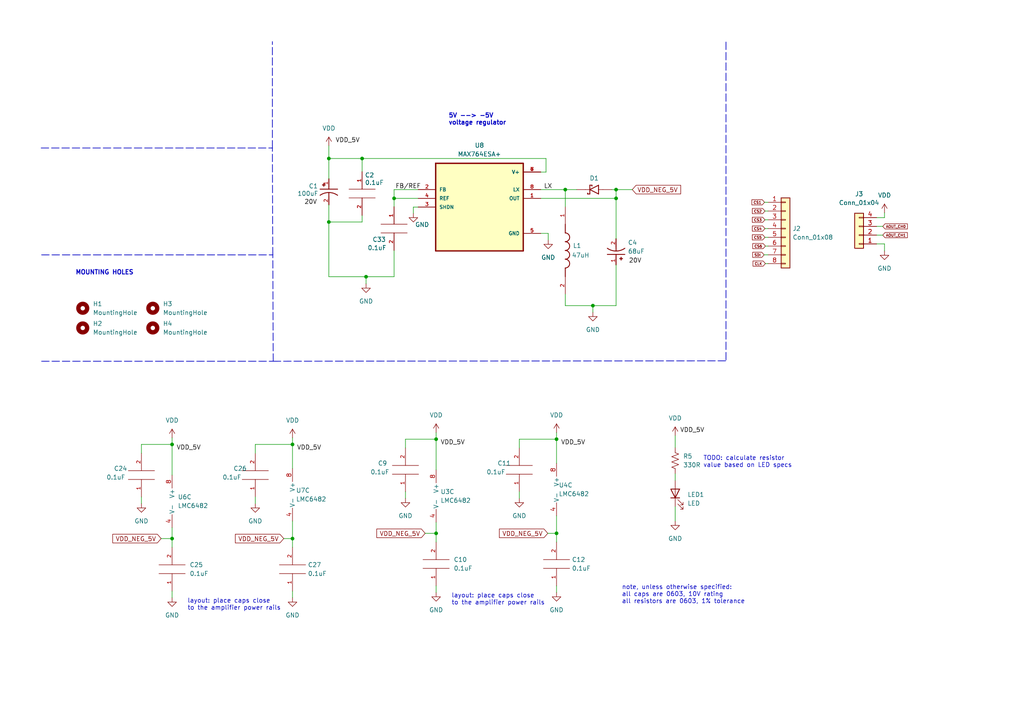
<source format=kicad_sch>
(kicad_sch (version 20211123) (generator eeschema)
  (paper "A4")
  (junction (at -51.054 348.234))
  (junction (at 49.911 128.905))
  (junction (at 224.536 370.332))
  (junction (at 105.029 45.974))
  (junction (at 49.911 156.21))
  (junction (at 95.377 64.389))
  (junction (at -136.017 269.621))
  (junction (at -24.765 304.673))
  (junction (at 19.431 281.178))
  (junction (at 350.012 344.043))
  (junction (at 74.168 298.45))
  (junction (at 178.689 54.991))
  (junction (at 84.836 156.21))
  (junction (at 43.053 278.765))
  (junction (at 126.492 127.381))
  (junction (at -58.166 348.234))
  (junction (at 294.259 291.465))
  (junction (at 102.108 273.685))
  (junction (at 43.18 348.615))
  (junction (at 16.256 281.178))
  (junction (at 395.351 292.735))
  (junction (at 161.417 154.686))
  (junction (at -43.942 273.177))
  (junction (at 207.264 278.892))
  (junction (at -78.232 298.196))
  (junction (at -28.702 282.194))
  (junction (at 340.106 372.11))
  (junction (at 173.863 383.032))
  (junction (at 181.864 278.892))
  (junction (at -147.701 385.953))
  (junction (at -113.792 269.621))
  (junction (at 438.404 283.21))
  (junction (at 345.44 290.83))
  (junction (at -136.017 289.179))
  (junction (at 111.252 273.685))
  (junction (at 163.957 54.991))
  (junction (at 315.341 346.202))
  (junction (at 347.726 290.83))
  (junction (at 181.864 298.069))
  (junction (at -82.931 345.694))
  (junction (at -43.942 278.511))
  (junction (at 178.689 57.531))
  (junction (at 260.858 307.467))
  (junction (at -11.938 350.774))
  (junction (at 25.019 348.615))
  (junction (at 84.836 128.905))
  (junction (at -43.942 282.194))
  (junction (at 2.413 356.87))
  (junction (at 267.335 287.782))
  (junction (at -53.467 278.511))
  (junction (at 294.259 287.782))
  (junction (at 161.417 127.381))
  (junction (at -82.931 345.821))
  (junction (at -56.261 348.234))
  (junction (at 19.939 356.87))
  (junction (at 301.117 312.42))
  (junction (at -113.792 279.4))
  (junction (at 240.411 341.122))
  (junction (at -60.452 298.196))
  (junction (at 114.3 57.531))
  (junction (at 301.117 287.782))
  (junction (at 276.479 343.662))
  (junction (at 106.172 80.264))
  (junction (at -107.823 363.093))
  (junction (at 171.958 88.646))
  (junction (at 95.377 45.974))
  (junction (at 269.113 343.662))
  (junction (at 243.205 274.447))
  (junction (at 294.259 282.448))
  (junction (at 429.006 283.21))
  (junction (at 224.536 362.712))
  (junction (at 57.912 348.615))
  (junction (at 279.019 287.782))
  (junction (at 271.526 343.662))
  (junction (at 279.019 282.448))
  (junction (at 243.078 307.467))
  (junction (at 360.807 344.043))
  (junction (at -28.702 273.177))
  (junction (at 216.916 360.172))
  (junction (at -102.743 365.633))
  (junction (at -102.743 373.253))
  (junction (at 43.053 348.615))
  (junction (at 207.264 288.417))
  (junction (at 81.153 273.685))
  (junction (at -28.702 278.638))
  (junction (at 329.692 352.298))
  (junction (at -24.765 278.638))
  (junction (at 369.951 288.29))
  (junction (at 401.066 307.975))
  (junction (at 408.051 283.21))
  (junction (at 68.453 283.21))
  (junction (at -78.105 265.176))
  (junction (at 376.174 344.043))
  (junction (at 207.264 298.069))
  (junction (at 339.979 352.298))
  (junction (at 279.019 291.465))
  (junction (at 126.492 154.686))
  (junction (at -113.792 289.179))
  (wire (pts (xy 254.254 68.199) (xy 256.032 68.199)))
  (wire (pts (xy 374.396 292.735) (xy 369.951 292.735)))
  (wire (pts (xy -22.606 309.753) (xy -22.606 311.15)))
  (wire (pts (xy 369.951 283.21) (xy 376.301 283.21)))
  (wire (pts (xy -136.017 289.179) (xy -131.572 289.179)))
  (wire (pts (xy -56.261 348.234) (xy -51.054 348.234)))
  (polyline (pts (xy 79.248 104.775) (xy 210.566 104.648)) (stroke (width 0.2)))
  (polyline (pts (xy 159.004 399.161) (xy 273.304 399.034)) (stroke (width 0.2)))
  (wire (pts (xy -58.166 335.534) (xy -58.166 348.234)))
  (wire (pts (xy 350.266 372.11) (xy 340.106 372.11)))
  (wire (pts (xy 376.174 344.043) (xy 376.174 340.868)))
  (wire (pts (xy -73.152 286.131) (xy -73.152 287.401)))
  (wire (pts (xy 401.066 307.975) (xy 401.066 310.515)))
  (wire (pts (xy -136.017 269.621) (xy -131.699 269.621)))
  (wire (pts (xy 408.051 307.975) (xy 408.051 306.705)))
  (wire (pts (xy 114.3 57.531) (xy 121.285 57.531)))
  (wire (pts (xy 254.254 65.659) (xy 256.032 65.659)))
  (wire (pts (xy -32.258 353.314) (xy -32.258 357.759)))
  (wire (pts (xy -107.823 368.173) (xy -107.823 363.093)))
  (wire (pts (xy 340.106 379.095) (xy 340.106 372.11)))
  (wire (pts (xy -58.166 348.234) (xy -56.261 348.234)))
  (wire (pts (xy -119.507 279.4) (xy -119.507 281.051)))
  (wire (pts (xy 240.411 363.982) (xy 240.411 366.522)))
  (wire (pts (xy -43.942 278.511) (xy -43.942 282.194)))
  (wire (pts (xy 276.479 340.741) (xy 276.479 343.662)))
  (wire (pts (xy 329.692 355.473) (xy 329.692 352.298)))
  (wire (pts (xy 216.916 360.172) (xy 216.916 341.122)))
  (wire (pts (xy 329.946 377.698) (xy 329.946 379.095)))
  (wire (pts (xy -150.241 288.798) (xy -141.859 288.798)))
  (wire (pts (xy 84.836 171.45) (xy 84.836 173.355)))
  (wire (pts (xy 345.44 290.83) (xy 342.646 290.83)))
  (wire (pts (xy -43.942 282.194) (xy -43.942 291.211)))
  (wire (pts (xy -146.304 363.093) (xy -148.209 363.093)))
  (wire (pts (xy 49.911 128.905) (xy 49.911 137.795)))
  (wire (pts (xy -102.743 335.534) (xy -88.138 335.534)))
  (wire (pts (xy 329.692 352.298) (xy 339.979 352.298)))
  (wire (pts (xy 156.845 67.691) (xy 159.004 67.691)))
  (wire (pts (xy 243.078 295.402) (xy 243.078 307.467)))
  (wire (pts (xy 68.453 298.45) (xy 74.168 298.45)))
  (wire (pts (xy 105.029 64.389) (xy 95.377 64.389)))
  (wire (pts (xy 347.726 290.83) (xy 367.03 290.83)))
  (polyline (pts (xy 158.877 323.596) (xy 159.004 399.161)) (stroke (width 0.2)))
  (polyline (pts (xy 159.004 323.596) (xy 273.05 323.469)) (stroke (width 0.2)))
  (polyline (pts (xy -54.229 328.041) (xy -53.721 405.638)) (stroke (width 0.2)))
  (wire (pts (xy 40.132 278.765) (xy 43.053 278.765)))
  (polyline (pts (xy 26.289 263.144) (xy 108.585 263.271)) (stroke (width 0.2)))
  (wire (pts (xy -43.942 273.177) (xy -42.545 273.177)))
  (wire (pts (xy 16.764 299.466) (xy 16.764 302.133)))
  (polyline (pts (xy 12.065 104.775) (xy 79.121 104.775)) (stroke (width 0.2)))
  (wire (pts (xy 95.377 45.974) (xy 105.029 45.974)))
  (wire (pts (xy 294.259 287.782) (xy 301.117 287.782)))
  (wire (pts (xy 4.699 411.607) (xy 4.699 409.448)))
  (wire (pts (xy 82.296 156.21) (xy 84.836 156.21)))
  (wire (pts (xy -20.955 314.833) (xy -24.765 314.833)))
  (wire (pts (xy -110.744 365.633) (xy -102.743 365.633)))
  (wire (pts (xy 292.989 291.465) (xy 294.259 291.465)))
  (polyline (pts (xy 216.408 260.477) (xy 273.05 260.604)) (stroke (width 0.2)))
  (wire (pts (xy -94.361 345.694) (xy -82.931 345.694)))
  (wire (pts (xy 401.066 307.975) (xy 408.051 307.975)))
  (wire (pts (xy 315.341 346.202) (xy 320.548 346.202)))
  (wire (pts (xy -28.702 264.033) (xy -28.702 273.177)))
  (wire (pts (xy 408.051 283.21) (xy 414.401 283.21)))
  (wire (pts (xy 170.18 292.989) (xy 181.864 292.989)))
  (wire (pts (xy 343.281 309.88) (xy 343.281 307.213)))
  (wire (pts (xy -3.429 288.163) (xy 16.256 288.163)))
  (wire (pts (xy 221.488 278.892) (xy 221.488 282.702)))
  (wire (pts (xy 267.335 287.782) (xy 279.019 287.782)))
  (wire (pts (xy 2.413 360.299) (xy 2.413 356.87)))
  (wire (pts (xy 269.113 330.962) (xy 269.113 343.662)))
  (wire (pts (xy 111.252 270.637) (xy 111.252 273.685)))
  (wire (pts (xy -82.931 345.694) (xy -75.438 345.694)))
  (wire (pts (xy 260.985 274.447) (xy 260.985 275.971)))
  (wire (pts (xy 163.957 88.646) (xy 171.958 88.646)))
  (wire (pts (xy 211.963 370.332) (xy 224.536 370.332)))
  (wire (pts (xy -148.717 368.173) (xy -146.304 368.173)))
  (wire (pts (xy 293.116 273.304) (xy 294.259 273.304)))
  (wire (pts (xy 224.536 330.962) (xy 239.141 330.962)))
  (wire (pts (xy 30.099 373.888) (xy 30.099 356.87)))
  (wire (pts (xy -29.845 273.177) (xy -28.702 273.177)))
  (wire (pts (xy 117.602 127.381) (xy 126.492 127.381)))
  (polyline (pts (xy 353.06 318.77) (xy 435.229 318.897)) (stroke (width 0.2)))
  (wire (pts (xy 267.081 343.662) (xy 269.113 343.662)))
  (wire (pts (xy 279.019 300.482) (xy 280.289 300.482)))
  (wire (pts (xy 304.673 317.5) (xy 304.673 318.516)))
  (wire (pts (xy 395.351 292.735) (xy 395.351 296.545)))
  (wire (pts (xy 46.736 156.21) (xy 49.911 156.21)))
  (wire (pts (xy 248.158 295.402) (xy 248.158 296.672)))
  (polyline (pts (xy 210.566 12.192) (xy 210.566 104.648)) (stroke (width 0.2)))
  (wire (pts (xy 74.041 144.145) (xy 74.041 146.05)))
  (wire (pts (xy 84.836 156.21) (xy 84.836 158.75)))
  (wire (pts (xy -1.524 283.718) (xy -3.429 283.718)))
  (wire (pts (xy 221.488 285.242) (xy 221.488 290.322)))
  (wire (pts (xy 57.023 273.685) (xy 81.153 273.685)))
  (wire (pts (xy 243.205 274.447) (xy 245.745 274.447)))
  (wire (pts (xy 207.264 297.18) (xy 207.264 298.069)))
  (wire (pts (xy 294.259 300.482) (xy 292.989 300.482)))
  (wire (pts (xy 173.99 358.14) (xy 173.99 360.172)))
  (wire (pts (xy 269.113 343.662) (xy 271.526 343.662)))
  (wire (pts (xy 102.108 283.21) (xy 102.108 273.685)))
  (polyline (pts (xy -104.902 251.206) (xy -48.26 251.333)) (stroke (width 0.2)))
  (wire (pts (xy -136.017 269.621) (xy -136.017 283.718)))
  (wire (pts (xy 16.764 317.373) (xy 16.764 319.278)))
  (wire (pts (xy 249.936 346.202) (xy 251.841 346.202)))
  (wire (pts (xy 255.778 287.782) (xy 267.335 287.782)))
  (wire (pts (xy 105.029 45.974) (xy 105.029 49.784)))
  (wire (pts (xy 301.117 287.782) (xy 301.117 312.42)))
  (wire (pts (xy -28.702 282.194) (xy -28.702 291.211)))
  (polyline (pts (xy 78.994 42.926) (xy 78.994 12.065)) (stroke (width 0.2)))
  (wire (pts (xy 106.172 82.296) (xy 106.172 80.264)))
  (polyline (pts (xy 353.187 272.669) (xy 353.06 318.77)) (stroke (width 0.2)))
  (wire (pts (xy 315.341 346.202) (xy 312.801 346.202)))
  (wire (pts (xy -99.822 275.971) (xy -99.822 281.051)))
  (wire (pts (xy 279.019 291.465) (xy 280.289 291.465)))
  (wire (pts (xy 14.605 302.133) (xy 16.764 302.133)))
  (polyline (pts (xy 79.121 73.914) (xy 78.994 42.926)) (stroke (width 0.2)))
  (wire (pts (xy -24.765 304.673) (xy -20.955 304.673)))
  (wire (pts (xy 231.267 372.872) (xy 231.267 341.122)))
  (wire (pts (xy -113.792 279.4) (xy -119.507 279.4)))
  (wire (pts (xy 279.019 291.465) (xy 279.019 300.482)))
  (wire (pts (xy 177.292 298.069) (xy 177.292 304.038)))
  (wire (pts (xy 425.831 292.735) (xy 429.006 292.735)))
  (wire (pts (xy -82.931 345.821) (xy -82.931 354.838)))
  (wire (pts (xy -28.702 273.177) (xy -28.702 278.638)))
  (wire (pts (xy 181.864 299.974) (xy 181.864 298.069)))
  (wire (pts (xy 68.453 283.21) (xy 86.233 283.21)))
  (wire (pts (xy -147.701 385.953) (xy -146.304 385.953)))
  (wire (pts (xy 279.019 282.448) (xy 279.019 287.782)))
  (wire (pts (xy 315.341 353.187) (xy 315.341 346.202)))
  (wire (pts (xy 320.548 341.503) (xy 331.216 341.503)))
  (polyline (pts (xy -160.655 328.295) (xy -54.229 328.041)) (stroke (width 0.2)))
  (wire (pts (xy -29.972 282.194) (xy -28.702 282.194)))
  (wire (pts (xy 179.324 278.892) (xy 181.864 278.892)))
  (wire (pts (xy 126.492 125.476) (xy 126.492 127.381)))
  (wire (pts (xy 367.03 290.83) (xy 367.03 288.29)))
  (wire (pts (xy 211.963 372.872) (xy 231.267 372.872)))
  (wire (pts (xy -102.743 378.333) (xy -102.743 373.253)))
  (wire (pts (xy 74.041 128.905) (xy 84.836 128.905)))
  (polyline (pts (xy 435.483 272.796) (xy 435.229 318.897)) (stroke (width 0.2)))
  (wire (pts (xy 178.689 57.531) (xy 178.689 54.991)))
  (wire (pts (xy 249.936 352.552) (xy 271.526 352.552)))
  (wire (pts (xy 207.264 278.892) (xy 221.488 278.892)))
  (wire (pts (xy -29.845 264.033) (xy -28.702 264.033)))
  (wire (pts (xy -148.209 363.093) (xy -148.209 360.934)))
  (wire (pts (xy -113.792 269.621) (xy -99.822 269.621)))
  (wire (pts (xy -42.545 264.033) (xy -43.942 264.033)))
  (wire (pts (xy 195.834 146.939) (xy 195.834 151.13)))
  (polyline (pts (xy 12.065 73.914) (xy 79.121 73.914)) (stroke (width 0.2)))
  (polyline (pts (xy 273.05 260.604) (xy 273.05 318.389)) (stroke (width 0.2)))
  (wire (pts (xy 74.168 298.45) (xy 81.153 298.45)))
  (wire (pts (xy -78.105 265.176) (xy -75.565 265.176)))
  (wire (pts (xy 345.44 297.815) (xy 345.44 290.83)))
  (wire (pts (xy -99.822 289.179) (xy -99.822 283.591)))
  (wire (pts (xy -99.822 273.431) (xy -85.852 273.431)))
  (wire (pts (xy 207.264 287.401) (xy 207.264 288.417)))
  (wire (pts (xy 57.912 334.01) (xy 57.912 337.82)))
  (wire (pts (xy 211.963 362.712) (xy 224.536 362.712)))
  (wire (pts (xy 221.488 298.069) (xy 221.488 292.862)))
  (wire (pts (xy 224.536 370.332) (xy 224.536 362.712)))
  (wire (pts (xy -82.931 367.538) (xy -82.931 370.459)))
  (wire (pts (xy 256.54 61.722) (xy 256.54 63.119)))
  (wire (pts (xy 68.453 283.21) (xy 68.453 287.02)))
  (wire (pts (xy 340.106 352.298) (xy 339.979 352.298)))
  (wire (pts (xy -43.942 282.194) (xy -42.672 282.194)))
  (wire (pts (xy 360.807 344.043) (xy 364.109 344.043)))
  (wire (pts (xy 102.108 273.685) (xy 111.252 273.685)))
  (polyline (pts (xy -104.902 251.206) (xy -105.537 308.991)) (stroke (width 0.2)))
  (wire (pts (xy 326.263 297.815) (xy 345.44 297.815)))
  (wire (pts (xy 68.453 294.64) (xy 68.453 298.45)))
  (wire (pts (xy 43.18 345.44) (xy 43.18 348.615)))
  (wire (pts (xy 225.298 285.242) (xy 221.488 285.242)))
  (wire (pts (xy 158.877 154.686) (xy 161.417 154.686)))
  (wire (pts (xy 114.3 72.644) (xy 114.3 80.264)))
  (wire (pts (xy 19.431 281.178) (xy 40.132 281.178)))
  (wire (pts (xy -51.054 348.234) (xy -29.718 348.234)))
  (wire (pts (xy -150.241 286.258) (xy -136.017 286.258)))
  (wire (pts (xy 173.863 380.492) (xy 173.863 383.032)))
  (wire (pts (xy 19.431 279.019) (xy 19.431 281.178)))
  (wire (pts (xy 181.864 298.069) (xy 188.214 298.069)))
  (wire (pts (xy 178.689 54.991) (xy 183.388 54.991)))
  (wire (pts (xy 347.726 287.528) (xy 347.726 290.83)))
  (wire (pts (xy 47.498 283.21) (xy 43.053 283.21)))
  (wire (pts (xy 84.836 127) (xy 84.836 128.905)))
  (wire (pts (xy 318.389 413.639) (xy 318.389 415.671)))
  (wire (pts (xy 30.099 356.87) (xy 19.939 356.87)))
  (wire (pts (xy 240.411 341.122) (xy 240.411 351.282)))
  (polyline (pts (xy 273.05 323.469) (xy 273.304 399.034)) (stroke (width 0.2)))
  (wire (pts (xy 2.413 356.87) (xy 19.939 356.87)))
  (polyline (pts (xy -105.537 308.991) (xy -48.26 309.118)) (stroke (width 0.2)))
  (wire (pts (xy 267.335 287.782) (xy 267.335 292.354)))
  (polyline (pts (xy -160.655 328.041) (xy -160.655 405.765)) (stroke (width 0.2)))
  (wire (pts (xy 258.318 307.467) (xy 260.858 307.467)))
  (wire (pts (xy -113.792 269.621) (xy -113.792 270.764)))
  (wire (pts (xy 326.263 293.37) (xy 326.263 297.815)))
  (wire (pts (xy 121.285 54.991) (xy 114.3 54.991)))
  (wire (pts (xy 293.116 282.448) (xy 294.259 282.448)))
  (wire (pts (xy 173.863 383.032) (xy 173.863 386.461)))
  (wire (pts (xy 376.174 329.438) (xy 376.174 333.248)))
  (wire (pts (xy 12.319 370.967) (xy 12.319 373.888)))
  (wire (pts (xy -113.792 289.179) (xy -99.822 289.179)))
  (wire (pts (xy 178.689 54.991) (xy 177.419 54.991)))
  (wire (pts (xy 201.549 288.417) (xy 201.549 290.068)))
  (wire (pts (xy 161.417 169.926) (xy 161.417 171.831)))
  (wire (pts (xy 345.186 352.298) (xy 350.012 352.298)))
  (wire (pts (xy -9.779 346.075) (xy -9.779 350.774)))
  (wire (pts (xy -113.792 279.4) (xy -113.792 280.543)))
  (wire (pts (xy -99.822 283.591) (xy -85.852 283.591)))
  (wire (pts (xy 387.096 292.735) (xy 395.351 292.735)))
  (wire (pts (xy -147.701 383.413) (xy -147.701 385.953)))
  (wire (pts (xy -60.198 348.234) (xy -58.166 348.234)))
  (wire (pts (xy -96.012 275.971) (xy -99.822 275.971)))
  (wire (pts (xy 49.911 156.21) (xy 49.911 158.75)))
  (wire (pts (xy -77.343 357.124) (xy -77.343 350.774)))
  (wire (pts (xy 341.376 325.12) (xy 343.281 325.12)))
  (wire (pts (xy 221.996 71.374) (xy 222.758 71.374)))
  (polyline (pts (xy 216.408 260.477) (xy 215.773 318.262)) (stroke (width 0.2)))
  (wire (pts (xy 429.006 292.735) (xy 429.006 283.21)))
  (wire (pts (xy 360.807 340.614) (xy 360.807 344.043)))
  (wire (pts (xy 324.866 414.655) (xy 324.866 415.671)))
  (wire (pts (xy 19.939 356.87) (xy 19.939 373.888)))
  (wire (pts (xy 195.834 298.069) (xy 207.264 298.069)))
  (wire (pts (xy 41.021 131.445) (xy 41.021 128.905)))
  (wire (pts (xy -124.079 269.621) (xy -113.792 269.621)))
  (wire (pts (xy 327.406 293.37) (xy 326.263 293.37)))
  (wire (pts (xy -123.952 289.179) (xy -113.792 289.179)))
  (wire (pts (xy 105.029 45.974) (xy 158.369 45.974)))
  (wire (pts (xy -11.938 350.774) (xy -9.779 350.774)))
  (wire (pts (xy 221.869 63.754) (xy 222.758 63.754)))
  (wire (pts (xy 243.078 307.467) (xy 245.618 307.467)))
  (wire (pts (xy 224.536 330.962) (xy 224.536 362.712)))
  (wire (pts (xy 329.692 352.298) (xy 329.692 346.583)))
  (wire (pts (xy 345.44 290.83) (xy 347.726 290.83)))
  (wire (pts (xy 14.859 371.475) (xy 14.859 373.888)))
  (wire (pts (xy -99.822 281.051) (xy -85.852 281.051)))
  (wire (pts (xy 297.561 348.742) (xy 295.021 348.742)))
  (wire (pts (xy 81.153 273.685) (xy 87.503 273.685)))
  (wire (pts (xy 294.259 282.448) (xy 294.259 287.782)))
  (wire (pts (xy 221.996 76.454) (xy 222.758 76.454)))
  (wire (pts (xy -107.823 363.093) (xy -107.696 363.093)))
  (wire (pts (xy 221.742 58.674) (xy 222.758 58.674)))
  (wire (pts (xy 35.179 409.448) (xy 35.179 411.607)))
  (wire (pts (xy 438.404 283.21) (xy 441.325 283.21)))
  (wire (pts (xy 195.961 278.892) (xy 207.264 278.892)))
  (wire (pts (xy 18.796 348.615) (xy 25.019 348.615)))
  (wire (pts (xy 369.951 283.21) (xy 369.951 288.29)))
  (wire (pts (xy 355.346 414.655) (xy 355.346 416.306)))
  (wire (pts (xy 221.869 61.214) (xy 222.758 61.214)))
  (wire (pts (xy 395.351 307.975) (xy 401.066 307.975)))
  (wire (pts (xy 105.029 62.484) (xy 105.029 64.389)))
  (wire (pts (xy 60.198 283.21) (xy 68.453 283.21)))
  (wire (pts (xy 156.845 57.531) (xy 178.689 57.531)))
  (wire (pts (xy 243.205 274.447) (xy 243.078 280.162)))
  (wire (pts (xy -60.325 265.176) (xy -60.325 266.7)))
  (wire (pts (xy 301.117 312.42) (xy 301.117 322.58)))
  (wire (pts (xy 301.117 312.42) (xy 305.816 312.42)))
  (wire (pts (xy 16.256 281.178) (xy 13.716 281.178)))
  (wire (pts (xy 150.622 127.381) (xy 161.417 127.381)))
  (wire (pts (xy 195.834 126.365) (xy 195.834 129.794)))
  (wire (pts (xy 207.264 298.069) (xy 221.488 298.069)))
  (wire (pts (xy -56.261 357.124) (xy -56.261 348.234)))
  (wire (pts (xy 295.021 348.742) (xy 295.021 353.187)))
  (wire (pts (xy 2.413 351.155) (xy 3.556 351.155)))
  (wire (pts (xy 279.019 282.448) (xy 280.416 282.448)))
  (wire (pts (xy -94.361 375.793) (xy -94.361 345.694)))
  (wire (pts (xy 176.403 383.032) (xy 173.863 383.032)))
  (wire (pts (xy -60.452 287.401) (xy -60.452 298.196)))
  (wire (pts (xy 369.951 288.29) (xy 369.951 292.735)))
  (wire (pts (xy 383.921 283.21) (xy 408.051 283.21)))
  (wire (pts (xy 126.492 127.381) (xy 126.492 136.271)))
  (wire (pts (xy -88.392 275.971) (xy -85.852 275.971)))
  (wire (pts (xy 161.417 125.476) (xy 161.417 127.381)))
  (wire (pts (xy 74.168 298.45) (xy 74.168 300.99)))
  (wire (pts (xy 98.933 283.21) (xy 102.108 283.21)))
  (wire (pts (xy -43.942 273.177) (xy -43.942 278.511)))
  (wire (pts (xy 53.467 348.615) (xy 57.912 348.615)))
  (wire (pts (xy 367.03 288.29) (xy 369.951 288.29)))
  (wire (pts (xy 243.205 270.637) (xy 243.205 274.447)))
  (wire (pts (xy 343.281 325.12) (xy 343.281 326.644)))
  (wire (pts (xy -136.017 289.179) (xy -136.017 292.608)))
  (wire (pts (xy 258.445 274.447) (xy 260.985 274.447)))
  (wire (pts (xy 329.692 363.093) (xy 329.692 364.871)))
  (wire (pts (xy 163.957 54.991) (xy 163.957 59.944)))
  (wire (pts (xy 171.958 88.646) (xy 171.958 90.551)))
  (wire (pts (xy -24.765 278.638) (xy -1.524 278.638)))
  (wire (pts (xy -147.701 385.953) (xy -147.701 388.747)))
  (wire (pts (xy 181.864 278.892) (xy 188.341 278.892)))
  (wire (pts (xy 43.18 348.615) (xy 45.847 348.615)))
  (wire (pts (xy 260.858 307.467) (xy 260.858 310.642)))
  (wire (pts (xy 25.019 348.615) (xy 43.053 348.615)))
  (wire (pts (xy 212.471 341.122) (xy 216.916 341.122)))
  (wire (pts (xy 422.021 283.21) (xy 429.006 283.21)))
  (wire (pts (xy 280.416 273.304) (xy 279.019 273.304)))
  (wire (pts (xy 117.602 129.921) (xy 117.602 127.381)))
  (wire (pts (xy -43.942 291.211) (xy -42.672 291.211)))
  (wire (pts (xy 294.259 273.304) (xy 294.259 282.448)))
  (wire (pts (xy 40.132 281.178) (xy 40.132 278.765)))
  (wire (pts (xy 49.911 171.45) (xy 49.911 173.355)))
  (wire (pts (xy -113.792 278.384) (xy -113.792 279.4)))
  (wire (pts (xy -62.992 298.196) (xy -60.452 298.196)))
  (wire (pts (xy 221.488 282.702) (xy 235.458 282.702)))
  (polyline (pts (xy 26.162 309.245) (xy 108.331 309.372)) (stroke (width 0.2)))
  (wire (pts (xy -24.765 304.673) (xy -24.765 278.638)))
  (wire (pts (xy 95.377 59.436) (xy 95.377 64.389)))
  (wire (pts (xy 216.916 365.252) (xy 216.916 360.172)))
  (polyline (pts (xy 108.585 263.271) (xy 108.331 309.372)) (stroke (width 0.2)))
  (wire (pts (xy 16.256 281.178) (xy 19.431 281.178)))
  (wire (pts (xy 14.605 317.373) (xy 16.764 317.373)))
  (wire (pts (xy -102.743 335.534) (xy -102.743 365.633)))
  (wire (pts (xy 408.051 283.21) (xy 408.051 294.005)))
  (wire (pts (xy -53.467 278.511) (xy -53.467 283.845)))
  (wire (pts (xy -80.772 298.196) (xy -78.232 298.196)))
  (wire (pts (xy 276.479 343.662) (xy 297.561 343.662)))
  (wire (pts (xy 350.012 344.043) (xy 360.807 344.043)))
  (wire (pts (xy 341.376 314.96) (xy 344.043 314.198)))
  (wire (pts (xy -1.905 411.607) (xy 4.699 411.607)))
  (wire (pts (xy 174.244 367.792) (xy 176.403 367.792)))
  (wire (pts (xy -77.343 350.774) (xy -75.438 350.774)))
  (wire (pts (xy 207.264 288.417) (xy 207.264 289.56)))
  (wire (pts (xy 240.538 307.467) (xy 243.078 307.467)))
  (wire (pts (xy -78.105 265.176) (xy -78.232 270.891)))
  (wire (pts (xy 345.186 379.095) (xy 345.186 352.298)))
  (wire (pts (xy -141.859 288.798) (xy -141.859 294.64)))
  (wire (pts (xy -29.718 353.314) (xy -32.258 353.314)))
  (wire (pts (xy 150.622 142.621) (xy 150.622 144.526)))
  (wire (pts (xy 251.841 330.962) (xy 269.113 330.962)))
  (wire (pts (xy 2.413 367.919) (xy 2.413 370.078)))
  (wire (pts (xy 224.536 375.412) (xy 224.536 370.332)))
  (wire (pts (xy 57.912 348.615) (xy 57.912 345.44)))
  (wire (pts (xy 350.012 352.298) (xy 350.012 344.043)))
  (polyline (pts (xy 79.248 104.775) (xy 79.121 73.787)) (stroke (width 0.2)))
  (wire (pts (xy -43.942 264.033) (xy -43.942 273.177)))
  (wire (pts (xy 294.259 287.782) (xy 294.259 291.465)))
  (wire (pts (xy 341.376 320.04) (xy 344.551 320.675)))
  (wire (pts (xy 16.256 288.163) (xy 16.256 281.178)))
  (wire (pts (xy 14.605 309.753) (xy 16.637 309.753)))
  (polyline (pts (xy 353.187 272.669) (xy 435.483 272.796)) (stroke (width 0.2)))
  (wire (pts (xy 163.957 54.991) (xy 167.259 54.991)))
  (wire (pts (xy -136.017 286.258) (xy -136.017 289.179)))
  (wire (pts (xy 81.153 298.45) (xy 81.153 297.18)))
  (wire (pts (xy 195.834 137.414) (xy 195.834 139.319)))
  (wire (pts (xy 260.858 296.672) (xy 260.858 307.467)))
  (polyline (pts (xy 26.289 263.144) (xy 26.162 309.245)) (stroke (width 0.2)))
  (wire (pts (xy -28.702 291.211) (xy -29.972 291.211)))
  (wire (pts (xy -110.744 378.333) (xy -102.743 378.333)))
  (wire (pts (xy -77.343 357.124) (xy -56.261 357.124)))
  (wire (pts (xy -3.429 283.718) (xy -3.429 288.163)))
  (wire (pts (xy -32.258 357.759) (xy -11.938 357.759)))
  (wire (pts (xy -1.905 406.273) (xy -1.905 411.607)))
  (wire (pts (xy 119.888 60.071) (xy 119.888 61.849)))
  (wire (pts (xy -78.105 261.366) (xy -78.105 265.176)))
  (wire (pts (xy 14.605 312.293) (xy 16.637 312.801)))
  (wire (pts (xy 271.526 352.552) (xy 271.526 343.662)))
  (wire (pts (xy 170.18 295.529) (xy 181.864 295.529)))
  (wire (pts (xy 279.019 287.782) (xy 279.019 291.465)))
  (wire (pts (xy 173.99 360.172) (xy 176.403 360.172)))
  (wire (pts (xy -148.336 370.713) (xy -146.304 370.713)))
  (wire (pts (xy -60.452 298.196) (xy -60.452 301.371)))
  (wire (pts (xy 14.605 307.213) (xy 16.637 306.578)))
  (wire (pts (xy 156.845 49.911) (xy 158.369 49.911)))
  (wire (pts (xy 341.376 317.5) (xy 343.916 317.5)))
  (wire (pts (xy -102.743 365.633) (xy -102.743 373.253)))
  (wire (pts (xy -82.931 345.821) (xy -82.931 345.694)))
  (wire (pts (xy 95.123 273.685) (xy 102.108 273.685)))
  (wire (pts (xy 74.041 131.445) (xy 74.041 128.905)))
  (wire (pts (xy 340.106 372.11) (xy 340.106 352.298)))
  (wire (pts (xy 126.492 169.926) (xy 126.492 171.831)))
  (wire (pts (xy 81.153 273.685) (xy 81.153 284.48)))
  (wire (pts (xy 248.158 296.672) (xy 260.858 296.672)))
  (wire (pts (xy 341.376 309.88) (xy 343.281 309.88)))
  (wire (pts (xy 158.369 49.911) (xy 158.369 45.974)))
  (wire (pts (xy 178.689 57.531) (xy 178.689 69.215)))
  (wire (pts (xy 170.18 298.069) (xy 177.292 298.069)))
  (wire (pts (xy 114.3 59.944) (xy 114.3 57.531)))
  (wire (pts (xy 43.053 273.685) (xy 43.053 278.765)))
  (wire (pts (xy 254.254 63.119) (xy 256.54 63.119)))
  (wire (pts (xy 174.498 375.412) (xy 176.403 375.412)))
  (wire (pts (xy 211.963 375.412) (xy 224.536 375.412)))
  (wire (pts (xy -78.232 298.196) (xy -75.692 298.196)))
  (wire (pts (xy 41.021 144.145) (xy 41.021 146.05)))
  (wire (pts (xy -113.792 288.163) (xy -113.792 289.179)))
  (wire (pts (xy 114.3 54.991) (xy 114.3 57.531)))
  (wire (pts (xy 254.254 70.739) (xy 256.54 70.739)))
  (wire (pts (xy 106.172 80.264) (xy 95.377 80.264)))
  (wire (pts (xy 95.377 64.389) (xy 95.377 80.264)))
  (wire (pts (xy 304.673 317.5) (xy 305.816 317.5)))
  (wire (pts (xy 150.622 129.921) (xy 150.622 127.381)))
  (wire (pts (xy -51.054 345.694) (xy -51.054 348.234)))
  (wire (pts (xy 181.864 295.529) (xy 181.864 298.069)))
  (wire (pts (xy -138.557 269.621) (xy -136.017 269.621)))
  (wire (pts (xy 294.259 291.465) (xy 294.259 300.482)))
  (wire (pts (xy -28.702 278.638) (xy -24.765 278.638)))
  (wire (pts (xy 305.816 322.58) (xy 301.117 322.58)))
  (wire (pts (xy -24.765 314.833) (xy -24.765 304.673)))
  (wire (pts (xy 159.004 67.691) (xy 159.004 69.596)))
  (wire (pts (xy -28.702 278.638) (xy -28.702 282.194)))
  (wire (pts (xy 43.053 278.765) (xy 43.053 283.21)))
  (wire (pts (xy 9.779 371.475) (xy 9.779 373.888)))
  (wire (pts (xy -78.232 286.131) (xy -78.232 298.196)))
  (wire (pts (xy 173.736 365.252) (xy 176.403 365.252)))
  (wire (pts (xy 181.864 278.892) (xy 181.864 292.989)))
  (polyline (pts (xy 215.773 318.262) (xy 273.05 318.389)) (stroke (width 0.2)))
  (wire (pts (xy 320.548 341.503) (xy 320.548 346.202)))
  (wire (pts (xy 57.912 348.615) (xy 64.643 348.615)))
  (wire (pts (xy 161.417 127.381) (xy 161.417 134.366)))
  (wire (pts (xy 114.3 80.264) (xy 106.172 80.264)))
  (wire (pts (xy 240.411 341.122) (xy 251.841 341.122)))
  (wire (pts (xy -110.744 375.793) (xy -94.361 375.793)))
  (polyline (pts (xy -48.26 251.333) (xy -48.26 309.118)) (stroke (width 0.2)))
  (wire (pts (xy 163.957 85.344) (xy 163.957 88.646)))
  (wire (pts (xy -110.744 363.093) (xy -107.823 363.093)))
  (wire (pts (xy 156.845 54.991) (xy 163.957 54.991)))
  (wire (pts (xy 295.021 353.187) (xy 315.341 353.187)))
  (wire (pts (xy -20.955 309.753) (xy -22.606 309.753)))
  (wire (pts (xy 279.019 273.304) (xy 279.019 282.448)))
  (wire (pts (xy -107.696 363.093) (xy -107.696 346.075)))
  (wire (pts (xy 346.456 344.043) (xy 350.012 344.043)))
  (wire (pts (xy 126.492 151.511) (xy 126.492 154.686)))
  (wire (pts (xy 332.486 377.19) (xy 332.486 379.095)))
  (wire (pts (xy -11.938 357.759) (xy -11.938 350.774)))
  (wire (pts (xy 350.266 379.095) (xy 350.266 372.11)))
  (wire (pts (xy 161.417 149.606) (xy 161.417 154.686)))
  (wire (pts (xy 171.958 88.646) (xy 178.689 88.646)))
  (wire (pts (xy 178.689 88.646) (xy 178.689 76.835)))
  (wire (pts (xy -112.141 346.075) (xy -107.696 346.075)))
  (wire (pts (xy 221.488 290.322) (xy 235.458 290.322)))
  (wire (pts (xy 231.267 341.122) (xy 240.411 341.122)))
  (wire (pts (xy 329.692 346.583) (xy 331.216 346.583)))
  (wire (pts (xy 429.006 283.21) (xy 438.404 283.21)))
  (wire (pts (xy -14.478 350.774) (xy -11.938 350.774)))
  (wire (pts (xy 318.389 415.671) (xy 324.866 415.671)))
  (wire (pts (xy 221.869 66.294) (xy 222.758 66.294)))
  (polyline (pts (xy -160.528 405.638) (xy -53.721 405.638)) (stroke (width 0.2)))
  (wire (pts (xy 95.377 51.816) (xy 95.377 45.974)))
  (wire (pts (xy 376.174 344.043) (xy 384.175 344.043)))
  (wire (pts (xy 161.417 154.686) (xy 161.417 157.226)))
  (wire (pts (xy 126.492 154.686) (xy 126.492 157.226)))
  (wire (pts (xy 221.615 73.914) (xy 222.758 73.914)))
  (wire (pts (xy 176.403 380.492) (xy 173.863 380.492)))
  (wire (pts (xy 41.021 128.905) (xy 49.911 128.905)))
  (wire (pts (xy 84.836 128.905) (xy 84.836 135.89)))
  (wire (pts (xy -150.241 283.718) (xy -136.017 283.718)))
  (wire (pts (xy -9.779 346.075) (xy 3.556 346.075)))
  (wire (pts (xy 232.918 285.242) (xy 235.458 285.242)))
  (wire (pts (xy 43.18 348.615) (xy 43.053 348.615)))
  (wire (pts (xy 438.404 280.543) (xy 438.404 283.21)))
  (wire (pts (xy -53.467 278.511) (xy -43.942 278.511)))
  (wire (pts (xy 84.836 151.13) (xy 84.836 156.21)))
  (wire (pts (xy 2.413 356.87) (xy 2.413 351.155)))
  (wire (pts (xy 301.117 287.782) (xy 327.406 288.29)))
  (wire (pts (xy -75.438 335.534) (xy -58.166 335.534)))
  (wire (pts (xy 123.317 154.686) (xy 126.492 154.686)))
  (wire (pts (xy 25.019 348.615) (xy 25.019 373.888)))
  (wire (pts (xy 95.377 42.291) (xy 95.377 45.974)))
  (wire (pts (xy 395.351 292.735) (xy 413.131 292.735)))
  (wire (pts (xy 395.351 304.165) (xy 395.351 307.975)))
  (wire (pts (xy 221.488 292.862) (xy 235.458 292.862)))
  (wire (pts (xy -146.304 383.413) (xy -147.701 383.413)))
  (wire (pts (xy 117.602 142.621) (xy 117.602 144.526)))
  (wire (pts (xy -65.532 278.511) (xy -53.467 278.511)))
  (wire (pts (xy -110.744 368.173) (xy -107.823 368.173)))
  (wire (pts (xy 211.963 365.252) (xy 216.916 365.252)))
  (wire (pts (xy -73.152 287.401) (xy -60.452 287.401)))
  (wire (pts (xy -99.822 269.621) (xy -99.822 273.431)))
  (wire (pts (xy 256.54 70.739) (xy 256.54 72.771)))
  (wire (pts (xy 43.053 273.685) (xy 49.403 273.685)))
  (wire (pts (xy -62.865 265.176) (xy -60.325 265.176)))
  (wire (pts (xy 371.729 344.043) (xy 376.174 344.043)))
  (wire (pts (xy 49.911 153.035) (xy 49.911 156.21)))
  (wire (pts (xy -110.744 373.253) (xy -102.743 373.253)))
  (wire (pts (xy 121.285 60.071) (xy 119.888 60.071)))
  (wire (pts (xy 249.936 352.552) (xy 249.936 346.202)))
  (wire (pts (xy 207.264 288.417) (xy 201.549 288.417)))
  (wire (pts (xy 49.911 127) (xy 49.911 128.905)))
  (wire (pts (xy 335.026 377.571) (xy 335.026 379.095)))
  (wire (pts (xy -148.082 378.333) (xy -146.304 378.333)))
  (wire (pts (xy 221.869 68.834) (xy 222.758 68.834)))
  (wire (pts (xy 271.526 343.662) (xy 276.479 343.662)))
  (wire (pts (xy 211.963 360.172) (xy 216.916 360.172)))
  (wire (pts (xy 207.264 278.892) (xy 207.264 279.781)))
  (polyline (pts (xy 11.938 42.926) (xy 78.994 42.926)) (stroke (width 0.2)))
  (wire (pts (xy 111.252 273.685) (xy 113.157 273.685)))
  (text "GAIN = 23.5" (at 218.313 316.357 0) (effects (font (size 1.27 1.27) (thickness 0.254) bold) (justify left bottom)))
  (text "ELECTRODES IN -->" (at 163.068 267.589 0) (effects (font (size 1.27 1.27) (thickness 0.254) bold) (justify left bottom)))
  (text "GAIN = 23.5" (at -102.997 307.086 0) (effects (font (size 1.27 1.27) (thickness 0.254) bold) (justify left bottom)))
  (text "CHANNEL 1" (at 194.564 416.052 0) (effects (font (size 5 5) (thickness 0.254) bold) (justify left bottom)))
  (text "TWIN-T NOTCH\n(61.2 Hz)" (at 28.194 307.086 0) (effects (font (size 1.27 1.27) (thickness 0.254) bold) (justify left bottom)))
  (text "// target: 320R for EOG" (at -142.367 396.748 0) (effects (font (size 1.27 1.27) (thickness 0.254) bold) (justify left bottom)))
  (text "AOUT TO ADC -->\n(0V to 5V)" (at 377.825 352.806 0) (effects (font (size 1.27 1.27) (thickness 0.254) bold) (justify left bottom)))
  (text "TODO: calculate resistor \nvalue based on LED specs" (at 203.962 135.763 0) (effects (font (size 1.27 1.27)) (justify left bottom)))
  (text "MOUNTING HOLES" (at 21.844 79.883 0) (effects (font (size 1.27 1.27) (thickness 0.254) bold) (justify left bottom)))
  (text "HPF (0.4 Hz CUTOFF)" (at 300.863 276.479 0) (effects (font (size 1.27 1.27) (thickness 0.254) bold) (justify left bottom)))
  (text "layout: place caps close \nto the amplifier power rails" (at 130.937 175.641 0) (effects (font (size 1.27 1.27)) (justify left bottom)))
  (text "CHANNEL 0" (at -131.318 423.672 0) (effects (font (size 5 5) (thickness 0.254) bold) (justify left bottom)))
  (text "GAIN = 668" (at 315.468 366.014 0) (effects (font (size 1.27 1.27) (thickness 0.254) bold) (justify left bottom)))
  (text "note, unless otherwise specified:\nall caps are 0603, 10V rating\nall resistors are 0603, 1% tolerance" (at 180.34 175.26 0) (effects (font (size 1.27 1.27)) (justify left bottom)))
  (text "HPF (0.4 Hz CUTOFF)" (at -24.257 251.333 0) (effects (font (size 1.27 1.27) (thickness 0.254) bold) (justify left bottom)))
  (text "// target: 320R for EOG" (at 182.118 393.446 0) (effects (font (size 1.27 1.27) (thickness 0.254) bold) (justify left bottom)))
  (text "GAIN = 668" (at -17.78 374.523 0) (effects (font (size 1.27 1.27) (thickness 0.254) bold) (justify left bottom)))
  (text "layout: place caps close \nto the amplifier power rails" (at 54.356 177.165 0) (effects (font (size 1.27 1.27)) (justify left bottom)))
  (text "5V --> -5V\nvoltage regulator" (at 130.048 36.449 0) (effects (font (size 1.27 1.27) (thickness 0.254) bold) (justify left bottom)))
  (text "SALLEN-KEY\nLPF (48.2 Hz CUTOFF)" (at 242.824 392.557 0) (effects (font (size 1.27 1.27) (thickness 0.254) bold) (justify left bottom)))
  (text "SALLEN-KEY\nLPF (48.2 Hz CUTOFF)" (at -83.693 399.542 0) (effects (font (size 1.27 1.27) (thickness 0.254) bold) (justify left bottom)))
  (text "ELECTRODES IN -->" (at -156.591 256.794 0) (effects (font (size 1.27 1.27) (thickness 0.254) bold) (justify left bottom)))
  (text "AOUT TO ADC -->\n(0V to 5V)" (at 57.658 358.775 0) (effects (font (size 1.27 1.27) (thickness 0.254) bold) (justify left bottom)))
  (text "// for rheostat mode, \ntie terminal A to W" (at -35.052 321.183 0) (effects (font (size 1.016 1.016) (thickness 0.254) bold) (justify left bottom)))
  (text "TWIN-T NOTCH\n(61.2 Hz)" (at 355.092 316.611 0) (effects (font (size 1.27 1.27) (thickness 0.254) bold) (justify left bottom)))
  (label "AOUT_CH0" (at 52.705 351.155 0))
  (label "AMP_IN-_CH0" (at 2.413 356.108 0))
  (label "VDD_5V" (at 197.231 125.73 0))
  (label "LPF_OUT_CH0" (at -47.498 348.234 0))
  (label "20V" (at 182.372 76.581 0))
  (label "LX" (at 157.734 54.991 0))
  (label "VDD_5V" (at 162.687 129.286 0))
  (label "EREF" (at -146.177 288.925 0))
  (label "IA_OUT_CH0" (at -58.293 278.511 0))
  (label "HPF_OUT_CH0" (at -27.051 278.638 0))
  (label "VDD_5V" (at 127.762 129.286 0))
  (label "VDD_5V" (at 235.585 273.177 0))
  (label "IA_IN-_CH0" (at -97.282 273.431 0))
  (label "NOTCH_IN_CH1" (at 354.965 290.83 0))
  (label "NOTCH_IN_CH0" (at 25.908 281.178 0))
  (label "LPF_IN+_CH1" (at 238.506 341.122 0))
  (label "VDD_5V" (at 86.106 130.81 0))
  (label "AMP_OUT_CH1" (at 346.964 344.043 0))
  (label "LPF_IN+_CH0" (at -89.535 345.694 0))
  (label "VDD_5V" (at 97.282 41.656 0))
  (label "20V" (at 88.265 59.563 0))
  (label "IA_OUT_CH1" (at 263.017 287.782 0))
  (label "IA_IN+_CH1" (at 223.52 292.862 0))
  (label "IA_IN+_CH0" (at -96.901 283.591 0))
  (label "LPF_IN-_CH0" (at -77.343 356.997 0))
  (label "AMP_IN+_CH0" (at -9.779 346.075 0))
  (label "LPF_OUT_CH1" (at 279.781 343.662 0))
  (label "LPF_IN-_CH1" (at 249.936 352.552 0))
  (label "AMP_IN+_CH1" (at 320.548 341.503 0))
  (label "AMP_OUT_CH0" (at 27.051 348.361 0))
  (label "AMP_IN-_CH1" (at 329.692 351.536 0))
  (label "AOUT_CH1" (at 372.618 346.837 0))
  (label "EREF" (at 173.101 298.069 0))
  (label "VDD_5V" (at -85.725 263.906 0))
  (label "IA_IN-_CH1" (at 223.393 282.702 0))
  (label "FB{slash}REF" (at 114.681 54.991 0))
  (label "HPF_OUT_CH1" (at 296.926 287.782 0))
  (label "VDD_5V" (at 51.181 130.81 0))
  (global_label "CLK" (shape input) (at -148.336 370.713 180) (effects (font (size 1.016 1.016))) (property "Intersheet References" "${INTERSHEET_REFS}" (effects hide)))
  (global_label "CS3" (shape input) (at 221.869 63.754 180) (effects (font (size 0.762 0.762))) (property "Intersheet References" "${INTERSHEET_REFS}" (effects hide)))
  (global_label "CS5" (shape input) (at 221.869 68.834 180) (effects (font (size 0.762 0.762))) (property "Intersheet References" "${INTERSHEET_REFS}" (effects hide)))
  (global_label "NOTCH_OUT_CH0" (shape input) (at -112.141 346.075 180) (property "Intersheet References" "${INTERSHEET_REFS}" (effects hide)))
  (global_label "CS5" (shape input) (at 9.779 371.475 90) (effects (font (size 1.016 1.016))) (property "Intersheet References" "${INTERSHEET_REFS}" (effects hide)))
  (global_label "AOUT_CH1" (shape input) (at 256.032 68.199 0) (effects (font (size 0.762 0.762))) (property "Intersheet References" "${INTERSHEET_REFS}" (effects hide)))
  (global_label "CLK" (shape input) (at 221.996 76.454 180) (effects (font (size 0.762 0.762))) (property "Intersheet References" "${INTERSHEET_REFS}" (effects hide)))
  (global_label "VDD_NEG_5V" (shape input) (at 123.317 154.686 180) (property "Intersheet References" "${INTERSHEET_REFS}" (effects hide)))
  (global_label "VDD_NEG_5V" (shape input) (at 183.388 54.991 0) (property "Intersheet References" "${INTERSHEET_REFS}" (effects hide)))
  (global_label "E1_CH0" (shape input) (at -136.017 292.608 270) (property "Intersheet References" "${INTERSHEET_REFS}" (effects hide)))
  (global_label "CS6" (shape input) (at 221.996 71.374 180) (effects (font (size 0.762 0.762))) (property "Intersheet References" "${INTERSHEET_REFS}" (effects hide)))
  (global_label "AOUT_CH0" (shape input) (at 256.032 65.659 0) (effects (font (size 0.762 0.762))) (property "Intersheet References" "${INTERSHEET_REFS}" (effects hide)))
  (global_label "CLK" (shape input) (at 16.637 306.578 0) (property "Intersheet References" "${INTERSHEET_REFS}" (effects hide)))
  (global_label "CS2" (shape input) (at 343.916 317.5 0) (property "Intersheet References" "${INTERSHEET_REFS}" (effects hide)))
  (global_label "SDI" (shape input) (at -148.717 368.173 180) (effects (font (size 1.016 1.016))) (property "Intersheet References" "${INTERSHEET_REFS}" (effects hide)))
  (global_label "AOUT_CH0" (shape input) (at 64.643 348.615 0) (property "Intersheet References" "${INTERSHEET_REFS}" (effects hide)))
  (global_label "CS1" (shape input) (at 221.742 58.674 180) (effects (font (size 0.762 0.762))) (property "Intersheet References" "${INTERSHEET_REFS}" (effects hide)))
  (global_label "SDI" (shape input) (at 344.551 320.675 0) (property "Intersheet References" "${INTERSHEET_REFS}" (effects hide)))
  (global_label "SDI" (shape input) (at 332.486 377.19 90) (effects (font (size 1.016 1.016))) (property "Intersheet References" "${INTERSHEET_REFS}" (effects hide)))
  (global_label "SDI" (shape input) (at 12.319 370.967 90) (effects (font (size 1.016 1.016))) (property "Intersheet References" "${INTERSHEET_REFS}" (effects hide)))
  (global_label "SDI" (shape input) (at 16.637 312.801 0) (property "Intersheet References" "${INTERSHEET_REFS}" (effects hide)))
  (global_label "CS6" (shape input) (at 329.946 377.698 90) (effects (font (size 1.016 1.016))) (property "Intersheet References" "${INTERSHEET_REFS}" (effects hide)))
  (global_label "E2_CH0" (shape input) (at -138.557 269.621 180) (property "Intersheet References" "${INTERSHEET_REFS}" (effects hide)))
  (global_label "CS2" (shape input) (at 221.869 61.214 180) (effects (font (size 0.762 0.762))) (property "Intersheet References" "${INTERSHEET_REFS}" (effects hide)))
  (global_label "CS4" (shape input) (at 221.869 66.294 180) (effects (font (size 0.762 0.762))) (property "Intersheet References" "${INTERSHEET_REFS}" (effects hide)))
  (global_label "VDD_NEG_5V" (shape input) (at 82.296 156.21 180) (property "Intersheet References" "${INTERSHEET_REFS}" (effects hide)))
  (global_label "CLK" (shape input) (at 344.043 314.198 0) (property "Intersheet References" "${INTERSHEET_REFS}" (effects hide)))
  (global_label "CLK" (shape input) (at 14.859 371.475 90) (effects (font (size 1.016 1.016))) (property "Intersheet References" "${INTERSHEET_REFS}" (effects hide)))
  (global_label "VDD_NEG_5V" (shape input) (at 46.736 156.21 180) (property "Intersheet References" "${INTERSHEET_REFS}" (effects hide)))
  (global_label "CS1" (shape input) (at 16.637 309.753 0) (property "Intersheet References" "${INTERSHEET_REFS}" (effects hide)))
  (global_label "VDD_NEG_5V" (shape input) (at 158.877 154.686 180) (property "Intersheet References" "${INTERSHEET_REFS}" (effects hide)))
  (global_label "E2_CH1" (shape input) (at 179.324 278.892 180) (property "Intersheet References" "${INTERSHEET_REFS}" (effects hide)))
  (global_label "NOTCH_OUT_CH0" (shape input) (at 113.157 273.685 0) (property "Intersheet References" "${INTERSHEET_REFS}" (effects hide)))
  (global_label "CLK" (shape input) (at 335.026 377.571 90) (effects (font (size 1.016 1.016))) (property "Intersheet References" "${INTERSHEET_REFS}" (effects hide)))
  (global_label "SDI" (shape input) (at 173.736 365.252 180) (effects (font (size 1.016 1.016))) (property "Intersheet References" "${INTERSHEET_REFS}" (effects hide)))
  (global_label "CS3" (shape input) (at -148.082 378.333 180) (effects (font (size 1.016 1.016))) (property "Intersheet References" "${INTERSHEET_REFS}" (effects hide)))
  (global_label "NOTCH_OUT_CH1" (shape input) (at 441.325 283.21 0) (property "Intersheet References" "${INTERSHEET_REFS}" (effects hide)))
  (global_label "VDD_NEG_5V" (shape input) (at 240.538 307.467 180) (property "Intersheet References" "${INTERSHEET_REFS}" (effects hide)))
  (global_label "CLK" (shape input) (at 174.244 367.792 180) (effects (font (size 1.016 1.016))) (property "Intersheet References" "${INTERSHEET_REFS}" (effects hide)))
  (global_label "VDD_NEG_5V" (shape input) (at -80.772 298.196 180) (property "Intersheet References" "${INTERSHEET_REFS}" (effects hide)))
  (global_label "NOTCH_OUT_CH1" (shape input) (at 212.471 341.122 180) (property "Intersheet References" "${INTERSHEET_REFS}" (effects hide)))
  (global_label "AOUT_CH1" (shape input) (at 384.175 344.043 0) (property "Intersheet References" "${INTERSHEET_REFS}" (effects hide)))
  (global_label "CS4" (shape input) (at 174.498 375.412 180) (effects (font (size 1.016 1.016))) (property "Intersheet References" "${INTERSHEET_REFS}" (effects hide)))
  (global_label "SDI" (shape input) (at 221.615 73.914 180) (effects (font (size 0.762 0.762))) (property "Intersheet References" "${INTERSHEET_REFS}" (effects hide)))
  (global_label "E1_CH1" (shape input) (at 181.864 299.974 270) (property "Intersheet References" "${INTERSHEET_REFS}" (effects hide)))
  (symbol (lib_id "power:VDD") (at 84.836 127 0) (unit 1)
    (property "Reference" "#PWR029" (effects hide))
    (property "Value" "VDD" (at 84.836 121.92 0))
  )
  (symbol (lib_id "power:VDD") (at -1.905 406.273 0) (unit 1)
    (property "Reference" "#PWR05" (effects hide))
    (property "Value" "VDD" (at -1.905 401.193 0))
  )
  (symbol (lib_id "pspice:C") (at -69.215 265.176 270) (unit 1)
    (property "Reference" "C7" (at -69.215 257.556 90))
    (property "Value" "0.1uF" (at -69.215 259.461 90))
    (property "Footprint" "Capacitor_SMD:C_0603_1608Metric" (effects hide))
  )
  (symbol (lib_id "MBRS330T3G:MBRS330T3G") (at 172.339 54.991 180) (unit 1)
    (property "Reference" "D1" (at 172.339 51.689 0))
    (property "Value" "MBRS330T3G" (effects hide))
    (property "Footprint" "MBRS330T3G:DIOM7959X261N" (effects hide))
    (property "STANDARD" "IPC-7351B" (effects hide))
    (property "MANUFACTURER" "ON Semiconductor" (effects hide))
    (property "PARTREV" "14" (effects hide))
    (property "MAXIMUM_PACKAGE_HEIGHT" "2.61mm" (effects hide))
  )
  (symbol (lib_id "Device:R_US") (at 2.413 364.109 0) (unit 1)
    (property "Reference" "R4" (at -0.127 364.109 90))
    (property "Value" "150" (at 4.318 364.109 90))
    (property "Footprint" "Resistor_SMD:R_0603_1608Metric" (effects hide))
  )
  (symbol (lib_id "Amplifier_Instrumentation:AD620") (at 245.618 287.782 0) (unit 1)
    (property "Reference" "U5" (at 256.667 283.21 0))
    (property "Value" "AD620" (at 258.318 285.623 0))
    (property "Footprint" "Package_SO:SOIC-8_3.9x4.9mm_P1.27mm" (effects hide))
    (property "Datasheet" "https://www.analog.com/media/en/technical-documentation/data-sheets/AD620.pdf" (effects hide))
  )
  (symbol (lib_id "pspice:C") (at -36.195 273.177 90) (unit 1)
    (property "Reference" "C82" (at -32.258 274.701 90))
    (property "Value" "10uF" (at -39.878 274.574 90))
    (property "Footprint" "Capacitor_SMD:C_0603_1608Metric" (effects hide))
  )
  (symbol (lib_id "power:VDD") (at 318.389 413.639 0) (unit 1)
    (property "Reference" "#PWR038" (effects hide))
    (property "Value" "VDD" (at 318.389 408.559 0))
  )
  (symbol (lib_id "Device:R_US") (at -92.202 275.971 270) (unit 1)
    (property "Reference" "R3" (at -96.012 274.701 90))
    (property "Value" "2k2" (at -95.377 277.876 90))
    (property "Footprint" "Resistor_SMD:R_0603_1608Metric" (effects hide))
  )
  (symbol (lib_id "Device:R_US") (at 192.151 278.892 90) (unit 1)
    (property "Reference" "R16" (at 192.151 273.177 90))
    (property "Value" "220k" (at 192.151 275.717 90))
    (property "Footprint" "Resistor_SMD:R_0603_1608Metric" (effects hide))
  )
  (symbol (lib_id "pspice:C") (at 114.3 66.294 0) (unit 1)
    (property "Reference" "C33" (at 109.982 69.469 0))
    (property "Value" "0.1uF" (at 109.347 71.882 0))
    (property "Footprint" "Capacitor_SMD:C_0603_1608Metric" (effects hide))
  )
  (symbol (lib_id "power:GND") (at 74.168 300.99 0) (unit 1)
    (property "Reference" "#PWR012" (effects hide))
    (property "Value" "GND" (at 74.168 306.07 0))
  )
  (symbol (lib_id "power:VDD") (at 243.205 270.637 0) (unit 1)
    (property "Reference" "#PWR018" (effects hide))
    (property "Value" "VDD" (at 243.205 265.557 0))
  )
  (symbol (lib_id "power:VDD") (at 95.377 42.291 0) (unit 1)
    (property "Reference" "#PWR0102" (effects hide))
    (property "Value" "VDD" (at 95.377 37.211 0))
  )
  (symbol (lib_id "power:VDD") (at -148.209 360.934 0) (unit 1)
    (property "Reference" "#PWR0116" (effects hide))
    (property "Value" "VDD" (at -148.209 355.854 0))
  )
  (symbol (lib_id "Amplifier_Operational:LMC6482") (at 163.957 141.986 0) (unit 3)
    (property "Reference" "U4" (at 162.052 140.7159 0) (effects (justify left)))
    (property "Value" "LMC6482" (at 162.052 143.2559 0) (effects (justify left)))
    (property "Footprint" "Package_SO:SOIC-8_3.9x4.9mm_P1.27mm" (effects hide))
    (property "Datasheet" "http://www.ti.com/lit/ds/symlink/lmc6482.pdf" (effects hide))
  )
  (symbol (lib_id "power:VDD") (at 343.281 307.213 0) (unit 1)
    (property "Reference" "#PWR036" (effects hide))
    (property "Value" "VDD" (at 343.281 302.133 0))
  )
  (symbol (lib_id "power:GND") (at 171.958 90.551 0) (unit 1)
    (property "Reference" "#PWR0109" (effects hide))
    (property "Value" "GND" (at 171.958 95.631 0))
  )
  (symbol (lib_id "pspice:C") (at -81.788 335.534 90) (unit 1)
    (property "Reference" "C5" (at -81.788 330.454 90))
    (property "Value" "10uF" (at -81.788 340.614 90))
    (property "Footprint" "Capacitor_SMD:C_0603_1608Metric" (effects hide))
  )
  (symbol (lib_id "Device:R_US") (at 195.834 133.604 0) (unit 1)
    (property "Reference" "R5" (at 198.12 132.3339 0) (effects (justify left)))
    (property "Value" "330R" (at 198.12 134.8739 0) (effects (justify left)))
    (property "Footprint" "Resistor_SMD:R_0603_1608Metric" (effects hide))
  )
  (symbol (lib_id "power:GND") (at 16.764 319.278 0) (unit 1)
    (property "Reference" "#PWR033" (effects hide))
    (property "Value" "GND" (at 16.764 324.358 0))
  )
  (symbol (lib_id "pspice:C") (at 81.153 290.83 180) (unit 1)
    (property "Reference" "C14" (at 86.233 289.5599 0) (effects (justify right)))
    (property "Value" "2uF" (at 86.233 292.1 0) (effects (justify right)))
    (property "Footprint" "Capacitor_SMD:C_0603_1608Metric" (effects hide))
  )
  (symbol (lib_id "pspice:C") (at 74.041 137.795 180) (unit 1)
    (property "Reference" "C26" (at 67.691 135.89 0) (effects (justify right)))
    (property "Value" "0.1uF" (at 64.516 138.43 0) (effects (justify right)))
    (property "Footprint" "Capacitor_SMD:C_0603_1608Metric" (effects hide))
  )
  (symbol (lib_id "pspice:C") (at 286.639 300.482 90) (unit 1)
    (property "Reference" "C20" (at 289.941 302.26 90))
    (property "Value" "10uF" (at 282.575 301.879 90))
    (property "Footprint" "Capacitor_SMD:C_0603_1608Metric" (effects hide))
  )
  (symbol (lib_id "Diode:1.5KExxCA") (at 207.264 283.591 90) (unit 1)
    (property "Reference" "D5" (at 202.057 283.464 0))
    (property "Value" "D5V0" (at 204.343 283.591 0))
    (property "Footprint" "Resistor_SMD:R_0603_1608Metric" (effects hide))
    (property "Datasheet" "https://www.vishay.com/docs/88301/15ke.pdf" (effects hide))
  )
  (symbol (lib_id "Device:R_US") (at 367.919 344.043 270) (unit 1)
    (property "Reference" "R27" (at 367.919 341.503 90))
    (property "Value" "1k" (at 367.919 345.948 90))
    (property "Footprint" "Resistor_SMD:R_0603_1608Metric" (effects hide))
  )
  (symbol (lib_id "power:GND") (at 119.888 61.849 0) (unit 1)
    (property "Reference" "#PWR0101" (effects hide))
    (property "Value" "GND" (at 122.428 65.151 0))
  )
  (symbol (lib_id "power:GND") (at 260.858 310.642 0) (unit 1)
    (property "Reference" "#PWR020" (effects hide))
    (property "Value" "GND" (at 260.858 315.722 0))
  )
  (symbol (lib_id "power:VDD") (at -78.105 261.366 0) (unit 1)
    (property "Reference" "#PWR0104" (effects hide))
    (property "Value" "VDD" (at -78.105 256.286 0))
  )
  (symbol (lib_id "pspice:C") (at -36.195 264.033 90) (unit 1)
    (property "Reference" "C83" (at -32.766 265.557 90))
    (property "Value" "10uF" (at -39.878 265.43 90))
    (property "Footprint" "Capacitor_SMD:C_0603_1608Metric" (effects hide))
  )
  (symbol (lib_id "Mechanical:MountingHole") (at 24.003 89.408 0) (unit 1)
    (property "Reference" "H1" (at 26.924 88.1379 0) (effects (justify left)))
    (property "Value" "MountingHole" (at 26.924 90.6779 0) (effects (justify left)))
    (property "Footprint" "MountingHole:MountingHole_2.2mm_M2" (effects hide))
  )
  (symbol (lib_id "pspice:C") (at 92.583 283.21 90) (unit 1)
    (property "Reference" "C15" (at 92.583 278.13 90))
    (property "Value" "1uF" (at 93.218 289.56 90))
    (property "Footprint" "Capacitor_SMD:C_0603_1608Metric" (effects hide))
  )
  (symbol (lib_id "pspice:C") (at 117.602 136.271 180) (unit 1)
    (property "Reference" "C9" (at 109.601 134.366 0) (effects (justify right)))
    (property "Value" "0.1uF" (at 107.442 136.906 0) (effects (justify right)))
    (property "Footprint" "Capacitor_SMD:C_0603_1608Metric" (effects hide))
  )
  (symbol (lib_id "power:GND") (at 49.911 173.355 0) (unit 1)
    (property "Reference" "#PWR027" (effects hide))
    (property "Value" "GND" (at 49.911 178.435 0))
  )
  (symbol (lib_id "Device:R_US") (at 53.213 273.685 270) (unit 1)
    (property "Reference" "R11" (at 53.213 266.954 90))
    (property "Value" "2k7" (at 53.213 269.494 90))
    (property "Footprint" "Resistor_SMD:R_0603_1608Metric" (effects hide))
  )
  (symbol (lib_id "Amplifier_Operational:LMC6482") (at 129.032 143.891 0) (unit 3)
    (property "Reference" "U3" (at 127.762 142.6209 0) (effects (justify left)))
    (property "Value" "LMC6482" (at 127.762 145.1609 0) (effects (justify left)))
    (property "Footprint" "Package_SO:SOIC-8_3.9x4.9mm_P1.27mm" (effects hide))
    (property "Datasheet" "http://www.ti.com/lit/ds/symlink/lmc6482.pdf" (effects hide))
  )
  (symbol (lib_id "pspice:C") (at 126.492 163.576 180) (unit 1)
    (property "Reference" "C10" (at 131.572 162.3059 0) (effects (justify right)))
    (property "Value" "0.1uF" (at 131.572 164.8459 0) (effects (justify right)))
    (property "Footprint" "Capacitor_SMD:C_0603_1608Metric" (effects hide))
  )
  (symbol (lib_id "Amplifier_Operational:LMC6482") (at 338.836 344.043 0) (unit 2)
    (property "Reference" "U6" (at 338.836 333.883 0))
    (property "Value" "LMC6482" (at 338.836 336.423 0))
    (property "Footprint" "Package_SO:SOIC-8_3.9x4.9mm_P1.27mm" (effects hide))
    (property "Datasheet" "http://www.ti.com/lit/ds/symlink/lmc6482.pdf" (effects hide))
  )
  (symbol (lib_id "power:VDD") (at 16.764 299.466 0) (unit 1)
    (property "Reference" "#PWR022" (effects hide))
    (property "Value" "VDD" (at 16.764 294.386 0))
  )
  (symbol (lib_id "pspice:C") (at 251.968 307.467 270) (unit 1)
    (property "Reference" "C18" (at 251.968 299.847 90))
    (property "Value" "0.1uF" (at 251.968 301.752 90))
    (property "Footprint" "Capacitor_SMD:C_0603_1608Metric" (effects hide))
  )
  (symbol (lib_id "AD8402ARZ1:AD8402ARZ1") (at -128.524 370.713 0) (unit 1)
    (property "Reference" "U1" (at -128.524 352.298 0))
    (property "Value" "AD8402ARZ1" (at -128.524 354.838 0))
    (property "Footprint" "Package_SO:SOIC-14_3.9x8.7mm_P1.27mm" (effects hide))
    (property "SUPPLIER" "Analog Devices" (effects hide))
    (property "OC_FARNELL" "1340532" (effects hide))
    (property "MPN" "AD8402ARZ1" (effects hide))
    (property "PACKAGE" "SOIC-14" (effects hide))
    (property "OC_NEWARK" "88H0234" (effects hide))
  )
  (symbol (lib_id "Connector_Generic:Conn_01x03") (at 165.1 295.529 180) (unit 1)
    (property "Reference" "J4" (at 164.719 286.258 0))
    (property "Value" "Conn_01x03" (at 169.164 289.179 0))
    (property "Footprint" "Connector_PinHeader_2.54mm:PinHeader_1x03_P2.54mm_Vertical" (effects hide))
  )
  (symbol (lib_id "power:GND") (at 195.834 151.13 0) (unit 1)
    (property "Reference" "#PWR041" (effects hide))
    (property "Value" "GND" (at 195.834 156.21 0))
  )
  (symbol (lib_id "power:GND") (at 401.066 310.515 0) (unit 1)
    (property "Reference" "#PWR024" (effects hide))
    (property "Value" "GND" (at 401.066 315.595 0))
  )
  (symbol (lib_id "power:GND") (at 355.346 416.306 0) (unit 1)
    (property "Reference" "#PWR039" (effects hide))
    (property "Value" "GND" (at 355.346 421.386 0))
  )
  (symbol (lib_id "Device:R_US") (at -127.889 269.621 90) (unit 1)
    (property "Reference" "R2" (at -127.889 263.906 90))
    (property "Value" "220k" (at -127.889 266.446 90))
    (property "Footprint" "Resistor_SMD:R_0603_1608Metric" (effects hide))
  )
  (symbol (lib_id "Device:R_US") (at -127.762 289.179 90) (unit 1)
    (property "Reference" "R1" (at -127.762 283.464 90))
    (property "Value" "220k" (at -127.762 286.004 90))
    (property "Footprint" "Resistor_SMD:R_0603_1608Metric" (effects hide))
  )
  (symbol (lib_id "Device:R_US") (at 329.692 359.283 180) (unit 1)
    (property "Reference" "R24" (at 332.232 358.0129 0) (effects (justify right)))
    (property "Value" "150R" (at 332.232 360.5529 0) (effects (justify right)))
    (property "Footprint" "Resistor_SMD:R_0603_1608Metric" (effects hide))
  )
  (symbol (lib_id "Device:LED") (at 195.834 143.129 90) (unit 1)
    (property "Reference" "LED1" (at 199.39 143.4464 90) (effects (justify right)))
    (property "Value" "LED" (at 199.39 145.9864 90) (effects (justify right)))
    (property "Footprint" "LED_SMD:LED_0603_1608Metric" (effects hide))
  )
  (symbol (lib_id "Amplifier_Operational:LMC6482") (at 259.461 343.662 0) (unit 2)
    (property "Reference" "U7" (at 259.461 333.502 0))
    (property "Value" "LMC6482" (at 260.096 336.677 0))
    (property "Footprint" "Package_SO:SOIC-8_3.9x4.9mm_P1.27mm" (effects hide))
    (property "Datasheet" "http://www.ti.com/lit/ds/symlink/lmc6482.pdf" (effects hide))
  )
  (symbol (lib_id "20TQC100MYF:20TQC100MYF") (at 95.377 56.896 270) (unit 1)
    (property "Reference" "C1" (at 89.535 53.975 90) (effects (justify left)))
    (property "Value" "100uF" (at 86.233 56.134 90) (effects (justify left)))
    (property "Footprint" "20TQC100MYF:CAP_20TQC100MYF" (effects hide))
    (property "MANUFACTURER" "Panasonic" (effects hide))
    (property "STANDARD" "Manufacturer Recommendations" (effects hide))
    (property "PARTREV" "30-Nov-20" (effects hide))
    (property "MAXIMUM_PACKAGE_HEIGHT" "2.8 mm" (effects hide))
  )
  (symbol (lib_id "pspice:C") (at 408.051 300.355 180) (unit 1)
    (property "Reference" "C22" (at 413.131 299.0849 0) (effects (justify right)))
    (property "Value" "2uF" (at 413.131 301.625 0) (effects (justify right)))
    (property "Footprint" "Capacitor_SMD:C_0603_1608Metric" (effects hide))
  )
  (symbol (lib_id "power:GND") (at 240.411 366.522 0) (unit 1)
    (property "Reference" "#PWR019" (effects hide))
    (property "Value" "GND" (at 240.411 371.602 0))
  )
  (symbol (lib_id "power:GND") (at 106.172 82.296 0) (unit 1)
    (property "Reference" "#PWR0103" (effects hide))
    (property "Value" "GND" (at 106.172 87.376 0))
  )
  (symbol (lib_id "power:VDD") (at 256.54 61.722 0) (unit 1)
    (property "Reference" "#PWR014" (effects hide))
    (property "Value" "VDD" (at 256.54 56.642 0))
  )
  (symbol (lib_id "Mechanical:MountingHole") (at 44.323 95.123 0) (unit 1)
    (property "Reference" "H4" (at 47.244 93.8529 0) (effects (justify left)))
    (property "Value" "MountingHole" (at 47.244 96.3929 0) (effects (justify left)))
    (property "Footprint" "MountingHole:MountingHole_2.2mm_M2" (effects hide))
  )
  (symbol (lib_id "power:GND") (at -147.701 388.747 0) (unit 1)
    (property "Reference" "#PWR0115" (effects hide))
    (property "Value" "GND" (at -147.701 393.827 0))
  )
  (symbol (lib_id "power:VDD") (at 49.911 127 0) (unit 1)
    (property "Reference" "#PWR017" (effects hide))
    (property "Value" "VDD" (at 49.911 121.92 0))
  )
  (symbol (lib_id "AD8402ARZ1:AD8402ARZ1") (at 194.183 367.792 0) (unit 1)
    (property "Reference" "U11" (at 194.183 349.377 0))
    (property "Value" "AD8402ARZ1" (at 194.183 351.917 0))
    (property "Footprint" "Package_SO:SOIC-14_3.9x8.7mm_P1.27mm" (effects hide))
    (property "SUPPLIER" "Analog Devices" (effects hide))
    (property "OC_FARNELL" "1340532" (effects hide))
    (property "MPN" "AD8402ARZ1" (effects hide))
    (property "PACKAGE" "SOIC-14" (effects hide))
    (property "OC_NEWARK" "88H0234" (effects hide))
  )
  (symbol (lib_id "power:GND") (at 161.417 171.831 0) (unit 1)
    (property "Reference" "#PWR010" (effects hide))
    (property "Value" "GND" (at 161.417 176.911 0))
  )
  (symbol (lib_id "power:GND") (at 41.021 146.05 0) (unit 1)
    (property "Reference" "#PWR016" (effects hide))
    (property "Value" "GND" (at 41.021 151.13 0))
  )
  (symbol (lib_id "power:GND") (at -60.325 266.7 0) (unit 1)
    (property "Reference" "#PWR03" (effects hide))
    (property "Value" "GND" (at -60.325 270.764 0))
  )
  (symbol (lib_id "pspice:C") (at 380.746 292.735 90) (unit 1)
    (property "Reference" "C21" (at 380.746 287.655 90))
    (property "Value" "1uF" (at 381.381 299.085 90))
    (property "Footprint" "Capacitor_SMD:C_0603_1608Metric" (effects hide))
  )
  (symbol (lib_id "Device:R_US") (at 418.211 283.21 270) (unit 1)
    (property "Reference" "R30" (at 418.211 276.86 90))
    (property "Value" "2k7" (at 418.211 279.4 90))
    (property "Footprint" "Resistor_SMD:R_0603_1608Metric" (effects hide))
  )
  (symbol (lib_id "power:GND") (at 84.836 173.355 0) (unit 1)
    (property "Reference" "#PWR030" (effects hide))
    (property "Value" "GND" (at 84.836 178.435 0))
  )
  (symbol (lib_id "Amplifier_Operational:LMC6482") (at 305.181 346.202 0) (unit 1)
    (property "Reference" "U6" (at 305.181 336.042 0))
    (property "Value" "LMC6482" (at 305.181 338.582 0))
    (property "Footprint" "Package_SO:SOIC-8_3.9x4.9mm_P1.27mm" (effects hide))
    (property "Datasheet" "http://www.ti.com/lit/ds/symlink/lmc6482.pdf" (effects hide))
  )
  (symbol (lib_id "power:GND") (at 201.549 290.068 0) (unit 1)
    (property "Reference" "#PWR0107" (effects hide))
    (property "Value" "GND" (at 201.676 294.259 0))
  )
  (symbol (lib_id "Device:R_US") (at 395.351 300.355 0) (unit 1)
    (property "Reference" "R28" (at 397.891 299.0849 0) (effects (justify left)))
    (property "Value" "1k3" (at 397.891 301.625 0) (effects (justify left)))
    (property "Footprint" "Resistor_SMD:R_0603_1608Metric" (effects hide))
  )
  (symbol (lib_id "power:VDD") (at 195.834 126.365 0) (unit 1)
    (property "Reference" "#PWR040" (effects hide))
    (property "Value" "VDD" (at 195.834 121.285 0))
  )
  (symbol (lib_id "power:GND") (at 159.004 69.596 0) (unit 1)
    (property "Reference" "#PWR0108" (effects hide))
    (property "Value" "GND" (at 159.004 74.676 0))
  )
  (symbol (lib_id "Connector_Generic:Conn_01x04") (at 249.174 68.199 180) (unit 1)
    (property "Reference" "J3" (at 249.174 56.261 0))
    (property "Value" "Conn_01x04" (at 249.174 58.801 0))
    (property "Footprint" "Connector_PinHeader_2.54mm:PinHeader_1x04_P2.54mm_Vertical" (effects hide))
  )
  (symbol (lib_id "20TQC100MYF:20TQC100MYF") (at 178.689 71.755 90) (unit 1)
    (property "Reference" "C4" (at 182.118 70.358 90) (effects (justify right)))
    (property "Value" "68uF" (at 182.118 72.898 90) (effects (justify right)))
    (property "Footprint" "20TQC100MYF:CAP_20TQC100MYF" (effects hide))
    (property "MANUFACTURER" "Panasonic" (effects hide))
    (property "STANDARD" "Manufacturer Recommendations" (effects hide))
    (property "PARTREV" "30-Nov-20" (effects hide))
    (property "MAXIMUM_PACKAGE_HEIGHT" "2.8 mm" (effects hide))
  )
  (symbol (lib_id "Diode:1.5KExxCA") (at 207.264 293.37 270) (unit 1)
    (property "Reference" "D4" (at 212.471 293.497 0))
    (property "Value" "D5V0" (at 210.185 293.37 0))
    (property "Footprint" "Resistor_SMD:R_0603_1608Metric" (effects hide))
    (property "Datasheet" "https://www.vishay.com/docs/88301/15ke.pdf" (effects hide))
  )
  (symbol (lib_id "pspice:C") (at 41.021 137.795 180) (unit 1)
    (property "Reference" "C24" (at 33.02 135.89 0) (effects (justify right)))
    (property "Value" "0.1uF" (at 30.861 138.43 0) (effects (justify right)))
    (property "Footprint" "Capacitor_SMD:C_0603_1608Metric" (effects hide))
  )
  (symbol (lib_id "Mechanical:MountingHole") (at 44.323 89.408 0) (unit 1)
    (property "Reference" "H3" (at 47.244 88.1379 0) (effects (justify left)))
    (property "Value" "MountingHole" (at 47.244 90.6779 0) (effects (justify left)))
    (property "Footprint" "MountingHole:MountingHole_2.2mm_M2" (effects hide))
  )
  (symbol (lib_id "power:GND") (at -119.507 281.051 0) (unit 1)
    (property "Reference" "#PWR0114" (effects hide))
    (property "Value" "GND" (at -119.38 285.242 0))
  )
  (symbol (lib_id "Device:R_US") (at 192.024 298.069 90) (unit 1)
    (property "Reference" "R17" (at 192.024 292.354 90))
    (property "Value" "220k" (at 192.024 294.894 90))
    (property "Footprint" "Resistor_SMD:R_0603_1608Metric" (effects hide))
  )
  (symbol (lib_id "AD5160BRJZ5-RL7:AD5160BRJZ5-RL7") (at 323.596 314.96 0) (mirror y) (unit 1)
    (property "Reference" "U12" (at 323.596 299.847 0))
    (property "Value" "AD5160BRJZ5-RL7" (at 323.596 302.387 0))
    (property "Footprint" "Package_TO_SOT_SMD:SOT-23-8" (effects hide))
    (property "OC_NEWARK" "59K3553" (effects hide))
    (property "SUPPLIER" "Analog Devices" (effects hide))
    (property "OC_FARNELL" "unknown" (effects hide))
    (property "PACKAGE" "8 Lead SOT-23" (effects hide))
    (property "MPN" "AD5160BRJZ5-RL7" (effects hide))
  )
  (symbol (lib_id "Amplifier_Operational:LMC6482") (at 87.376 143.51 0) (unit 3)
    (property "Reference" "U7" (at 85.852 142.2399 0) (effects (justify left)))
    (property "Value" "LMC6482" (at 85.852 144.7799 0) (effects (justify left)))
    (property "Footprint" "Package_SO:SOIC-8_3.9x4.9mm_P1.27mm" (effects hide))
    (property "Datasheet" "http://www.ti.com/lit/ds/symlink/lmc6482.pdf" (effects hide))
  )
  (symbol (lib_id "Amplifier_Operational:LMC6482") (at 6.096 281.178 0) (unit 1)
    (property "Reference" "U4" (at 6.096 270.383 0))
    (property "Value" "LMC6482" (at 6.096 272.923 0))
    (property "Footprint" "Package_SO:SOIC-8_3.9x4.9mm_P1.27mm" (effects hide))
    (property "Datasheet" "http://www.ti.com/lit/ds/symlink/lmc6482.pdf" (effects hide))
  )
  (symbol (lib_id "pspice:C") (at 419.481 292.735 90) (unit 1)
    (property "Reference" "C23" (at 419.481 287.655 90))
    (property "Value" "1uF" (at 420.116 299.085 90))
    (property "Footprint" "Capacitor_SMD:C_0603_1608Metric" (effects hide))
  )
  (symbol (lib_id "power:VDD") (at 376.174 329.438 0) (unit 1)
    (property "Reference" "#PWR025" (effects hide))
    (property "Value" "VDD" (at 376.174 324.358 0))
  )
  (symbol (lib_id "power:GND") (at 260.985 275.971 0) (unit 1)
    (property "Reference" "#PWR021" (effects hide))
    (property "Value" "GND" (at 260.985 280.035 0))
  )
  (symbol (lib_id "pspice:C") (at -36.322 282.194 90) (unit 1)
    (property "Reference" "C81" (at -32.385 283.845 90))
    (property "Value" "10uF" (at -40.259 283.845 90))
    (property "Footprint" "Capacitor_SMD:C_0603_1608Metric" (effects hide))
  )
  (symbol (lib_id "power:GND") (at 329.692 364.871 0) (unit 1)
    (property "Reference" "#PWR023" (effects hide))
    (property "Value" "GND" (at 329.692 368.935 0))
  )
  (symbol (lib_id "power:VDD") (at 57.912 334.01 0) (unit 1)
    (property "Reference" "#PWR013" (effects hide))
    (property "Value" "VDD" (at 57.912 328.93 0))
  )
  (symbol (lib_id "power:VDD") (at 161.417 125.476 0) (unit 1)
    (property "Reference" "#PWR09" (effects hide))
    (property "Value" "VDD" (at 161.417 120.396 0))
  )
  (symbol (lib_id "Amplifier_Instrumentation:AD620") (at -75.692 278.511 0) (unit 1)
    (property "Reference" "U2" (at -64.643 273.939 0))
    (property "Value" "AD620" (at -62.992 276.352 0))
    (property "Footprint" "Package_SO:SOIC-8_3.9x4.9mm_P1.27mm" (effects hide))
    (property "Datasheet" "https://www.analog.com/media/en/technical-documentation/data-sheets/AD620.pdf" (effects hide))
  )
  (symbol (lib_id "pspice:C") (at 252.095 274.447 270) (unit 1)
    (property "Reference" "C19" (at 252.095 266.827 90))
    (property "Value" "0.1uF" (at 252.095 268.732 90))
    (property "Footprint" "Capacitor_SMD:C_0603_1608Metric" (effects hide))
  )
  (symbol (lib_id "power:GND") (at -141.859 294.64 0) (unit 1)
    (property "Reference" "#PWR0113" (effects hide))
    (property "Value" "GND" (at -141.859 298.704 0))
  )
  (symbol (lib_id "power:GND") (at 74.041 146.05 0) (unit 1)
    (property "Reference" "#PWR028" (effects hide))
    (property "Value" "GND" (at 74.041 151.13 0))
  )
  (symbol (lib_id "Device:R_US") (at 376.174 337.058 180) (unit 1)
    (property "Reference" "R29" (at 378.714 335.7879 0) (effects (justify right)))
    (property "Value" "1k" (at 378.714 338.3279 0) (effects (justify right)))
    (property "Footprint" "Resistor_SMD:R_0603_1608Metric" (effects hide))
  )
  (symbol (lib_id "power:GND") (at 173.863 386.461 0) (unit 1)
    (property "Reference" "#PWR0111" (effects hide))
    (property "Value" "GND" (at 173.863 391.541 0))
  )
  (symbol (lib_id "pspice:C") (at -36.322 291.211 90) (unit 1)
    (property "Reference" "C8" (at -33.02 292.989 90))
    (property "Value" "10uF" (at -40.386 292.608 90))
    (property "Footprint" "Capacitor_SMD:C_0603_1608Metric" (effects hide))
  )
  (symbol (lib_id "MAX5401EKAT:MAX5401EKAT") (at 19.939 391.668 90) (mirror x) (unit 1)
    (property "Reference" "U10" (at -2.921 391.668 0))
    (property "Value" "MAX5401EKAT" (at -0.381 391.668 0))
    (property "Footprint" "Package_TO_SOT_SMD:SOT-23-8" (effects hide))
  )
  (symbol (lib_id "Device:R_US") (at 229.108 285.242 270) (unit 1)
    (property "Reference" "R19" (at 225.298 283.972 90))
    (property "Value" "2k2" (at 225.933 287.147 90))
    (property "Footprint" "Resistor_SMD:R_0603_1608Metric" (effects hide))
  )
  (symbol (lib_id "pspice:C") (at 286.639 291.465 90) (unit 1)
    (property "Reference" "C201" (at 290.576 293.116 90))
    (property "Value" "10uF" (at 282.702 293.116 90))
    (property "Footprint" "Capacitor_SMD:C_0603_1608Metric" (effects hide))
  )
  (symbol (lib_id "Amplifier_Operational:LMC6482") (at -67.818 348.234 0) (unit 2)
    (property "Reference" "U4" (at -67.818 338.074 0))
    (property "Value" "LMC6482" (at -67.818 340.614 0))
    (property "Footprint" "Package_SO:SOIC-8_3.9x4.9mm_P1.27mm" (effects hide))
    (property "Datasheet" "http://www.ti.com/lit/ds/symlink/lmc6482.pdf" (effects hide))
  )
  (symbol (lib_id "Device:R_US") (at 68.453 290.83 0) (unit 1)
    (property "Reference" "R13" (at 70.993 289.5599 0) (effects (justify left)))
    (property "Value" "1k3" (at 70.993 292.1 0) (effects (justify left)))
    (property "Footprint" "Resistor_SMD:R_0603_1608Metric" (effects hide))
  )
  (symbol (lib_id "Mechanical:MountingHole") (at 24.003 95.123 0) (unit 1)
    (property "Reference" "H2" (at 26.924 93.8529 0) (effects (justify left)))
    (property "Value" "MountingHole" (at 26.924 96.3929 0) (effects (justify left)))
    (property "Footprint" "MountingHole:MountingHole_2.2mm_M2" (effects hide))
  )
  (symbol (lib_id "Amplifier_Operational:LMC6482") (at 52.451 145.415 0) (unit 3)
    (property "Reference" "U6" (at 51.562 144.1449 0) (effects (justify left)))
    (property "Value" "LMC6482" (at 51.562 146.6849 0) (effects (justify left)))
    (property "Footprint" "Package_SO:SOIC-8_3.9x4.9mm_P1.27mm" (effects hide))
    (property "Datasheet" "http://www.ti.com/lit/ds/symlink/lmc6482.pdf" (effects hide))
  )
  (symbol (lib_id "pspice:C") (at 49.911 165.1 180) (unit 1)
    (property "Reference" "C25" (at 54.991 163.8299 0) (effects (justify right)))
    (property "Value" "0.1uF" (at 54.991 166.3699 0) (effects (justify right)))
    (property "Footprint" "Capacitor_SMD:C_0603_1608Metric" (effects hide))
  )
  (symbol (lib_id "pspice:C") (at 53.848 283.21 90) (unit 1)
    (property "Reference" "C13" (at 53.848 278.13 90))
    (property "Value" "1uF" (at 54.483 289.56 90))
    (property "Footprint" "Capacitor_SMD:C_0603_1608Metric" (effects hide))
  )
  (symbol (lib_id "Device:R_US") (at 380.111 283.21 270) (unit 1)
    (property "Reference" "R26" (at 380.111 276.86 90))
    (property "Value" "2k7" (at 380.111 279.4 90))
    (property "Footprint" "Resistor_SMD:R_0603_1608Metric" (effects hide))
  )
  (symbol (lib_id "power:GND") (at 150.622 144.526 0) (unit 1)
    (property "Reference" "#PWR08" (effects hide))
    (property "Value" "GND" (at 150.622 149.606 0))
  )
  (symbol (lib_id "pspice:C") (at 240.411 357.632 180) (unit 1)
    (property "Reference" "C16" (at 230.886 356.362 0) (effects (justify right)))
    (property "Value" "10uF" (at 230.886 358.902 0) (effects (justify right)))
    (property "Footprint" "Capacitor_SMD:C_0603_1608Metric" (effects hide))
  )
  (symbol (lib_id "pspice:C") (at 150.622 136.271 180) (unit 1)
    (property "Reference" "C11" (at 144.272 134.366 0) (effects (justify right)))
    (property "Value" "0.1uF" (at 141.097 136.906 0) (effects (justify right)))
    (property "Footprint" "Capacitor_SMD:C_0603_1608Metric" (effects hide))
  )
  (symbol (lib_id "Amplifier_Operational:LMC6482") (at -22.098 350.774 0) (unit 1)
    (property "Reference" "U3" (at -22.098 340.614 0))
    (property "Value" "LMC6482" (at -22.098 343.154 0))
    (property "Footprint" "Package_SO:SOIC-8_3.9x4.9mm_P1.27mm" (effects hide))
    (property "Datasheet" "http://www.ti.com/lit/ds/symlink/lmc6482.pdf" (effects hide))
  )
  (symbol (lib_id "power:VDD") (at 173.99 358.14 0) (unit 1)
    (property "Reference" "#PWR0112" (effects hide))
    (property "Value" "VDD" (at 173.99 353.06 0))
  )
  (symbol (lib_id "pspice:C") (at 245.491 330.962 90) (unit 1)
    (property "Reference" "C17" (at 245.491 325.882 90))
    (property "Value" "10uF" (at 245.491 336.042 90))
    (property "Footprint" "Capacitor_SMD:C_0603_1608Metric" (effects hide))
  )
  (symbol (lib_id "Device:R_US") (at 91.313 273.685 270) (unit 1)
    (property "Reference" "R15" (at 91.313 266.954 90))
    (property "Value" "2k7" (at 91.313 269.494 90))
    (property "Footprint" "Resistor_SMD:R_0603_1608Metric" (effects hide))
  )
  (symbol (lib_id "power:GND") (at -82.931 370.459 0) (unit 1)
    (property "Reference" "#PWR01" (effects hide))
    (property "Value" "GND" (at -82.931 375.539 0))
  )
  (symbol (lib_id "power:GND") (at -60.452 301.371 0) (unit 1)
    (property "Reference" "#PWR02" (effects hide))
    (property "Value" "GND" (at -60.452 306.451 0))
  )
  (symbol (lib_id "pspice:C") (at -82.931 361.188 180) (unit 1)
    (property "Reference" "C3" (at -92.456 359.918 0) (effects (justify right)))
    (property "Value" "10uF" (at -92.456 362.458 0) (effects (justify right)))
    (property "Footprint" "Capacitor_SMD:C_0603_1608Metric" (effects hide))
  )
  (symbol (lib_id "power:GND") (at 2.413 370.078 0) (unit 1)
    (property "Reference" "#PWR011" (effects hide))
    (property "Value" "GND" (at 2.413 375.158 0))
  )
  (symbol (lib_id "pspice:C") (at 286.766 273.304 90) (unit 1)
    (property "Reference" "C203" (at 290.703 274.701 90))
    (property "Value" "10uF" (at 283.083 274.701 90))
    (property "Footprint" "Capacitor_SMD:C_0603_1608Metric" (effects hide))
  )
  (symbol (lib_id "power:GND") (at 256.54 72.771 0) (unit 1)
    (property "Reference" "#PWR026" (effects hide))
    (property "Value" "GND" (at 256.54 77.851 0))
  )
  (symbol (lib_id "pspice:C") (at 105.029 56.134 0) (unit 1)
    (property "Reference" "C2" (at 107.188 50.8 0))
    (property "Value" "0.1uF" (at 108.585 52.959 0))
    (property "Footprint" "Capacitor_SMD:C_0603_1608Metric" (effects hide))
  )
  (symbol (lib_id "Device:R_US") (at 49.657 348.615 270) (unit 1)
    (property "Reference" "R12" (at 49.657 346.075 90))
    (property "Value" "1k" (at 49.657 350.52 90))
    (property "Footprint" "Resistor_SMD:R_0603_1608Metric" (effects hide))
  )
  (symbol (lib_id "Amplifier_Operational:LMC6482") (at 11.176 348.615 0) (unit 2)
    (property "Reference" "U3" (at 11.176 338.455 0))
    (property "Value" "LMC6482" (at 11.811 341.63 0))
    (property "Footprint" "Package_SO:SOIC-8_3.9x4.9mm_P1.27mm" (effects hide))
    (property "Datasheet" "http://www.ti.com/lit/ds/symlink/lmc6482.pdf" (effects hide))
  )
  (symbol (lib_id "Device:R_US") (at 57.912 341.63 180) (unit 1)
    (property "Reference" "R14" (at 60.452 340.3599 0) (effects (justify right)))
    (property "Value" "1k" (at 60.452 342.8999 0) (effects (justify right)))
    (property "Footprint" "Resistor_SMD:R_0603_1608Metric" (effects hide))
  )
  (symbol (lib_id "power:VDD") (at 126.492 125.476 0) (unit 1)
    (property "Reference" "#PWR06" (effects hide))
    (property "Value" "VDD" (at 126.492 120.396 0))
  )
  (symbol (lib_id "power:GND") (at -22.606 311.15 0) (unit 1)
    (property "Reference" "#PWR015" (effects hide))
    (property "Value" "GND" (at -19.05 312.547 0))
  )
  (symbol (lib_id "power:GND") (at 343.281 326.644 0) (unit 1)
    (property "Reference" "#PWR037" (effects hide))
    (property "Value" "GND" (at 346.837 328.041 0))
  )
  (symbol (lib_id "Amplifier_Operational:LMC6482") (at 335.026 290.83 0) (unit 1)
    (property "Reference" "U7" (at 335.026 280.035 0))
    (property "Value" "LMC6482" (at 335.026 282.575 0))
    (property "Footprint" "Package_SO:SOIC-8_3.9x4.9mm_P1.27mm" (effects hide))
    (property "Datasheet" "http://www.ti.com/lit/ds/symlink/lmc6482.pdf" (effects hide))
  )
  (symbol (lib_id "pspice:C") (at 161.417 163.576 180) (unit 1)
    (property "Reference" "C12" (at 165.862 162.3059 0) (effects (justify right)))
    (property "Value" "0.1uF" (at 165.862 164.8459 0) (effects (justify right)))
    (property "Footprint" "Capacitor_SMD:C_0603_1608Metric" (effects hide))
  )
  (symbol (lib_id "Connector_Generic:Conn_01x08") (at 227.838 66.294 0) (unit 1)
    (property "Reference" "J2" (at 229.87 66.2939 0) (effects (justify left)))
    (property "Value" "Conn_01x08" (at 229.87 68.8339 0) (effects (justify left)))
    (property "Footprint" "Connector_PinHeader_2.54mm:PinHeader_1x08_P2.54mm_Vertical" (effects hide))
  )
  (symbol (lib_id "MAX764ESA_:MAX764ESA+") (at 139.065 60.071 0) (unit 1)
    (property "Reference" "U8" (at 139.065 42.164 0))
    (property "Value" "MAX764ESA+" (at 139.065 44.704 0))
    (property "Footprint" "Package_SO:SOIC-8_3.9x4.9mm_P1.27mm" (effects hide))
  )
  (symbol (lib_id "pspice:C") (at 84.836 165.1 180) (unit 1)
    (property "Reference" "C27" (at 89.281 163.8299 0) (effects (justify right)))
    (property "Value" "0.1uF" (at 89.281 166.3699 0) (effects (justify right)))
    (property "Footprint" "Capacitor_SMD:C_0603_1608Metric" (effects hide))
  )
  (symbol (lib_id "Connector_Generic:Conn_01x03") (at -155.321 286.258 180) (unit 1)
    (property "Reference" "J1" (at -155.702 276.987 0))
    (property "Value" "Conn_01x03" (at -151.257 279.908 0))
    (property "Footprint" "Connector_PinHeader_2.54mm:PinHeader_1x03_P2.54mm_Vertical" (effects hide))
  )
  (symbol (lib_id "power:GND") (at 117.602 144.526 0) (unit 1)
    (property "Reference" "#PWR04" (effects hide))
    (property "Value" "GND" (at 117.602 149.606 0))
  )
  (symbol (lib_id "Diode:1.5KExxCA") (at -113.792 274.574 90) (unit 1)
    (property "Reference" "D3" (at -118.999 274.447 0))
    (property "Value" "D5V0" (at -116.713 274.574 0))
    (property "Footprint" "Resistor_SMD:R_0603_1608Metric" (effects hide))
    (property "Datasheet" "https://www.vishay.com/docs/88301/15ke.pdf" (effects hide))
  )
  (symbol (lib_id "pspice:C") (at -69.342 298.196 270) (unit 1)
    (property "Reference" "C6" (at -69.342 290.576 90))
    (property "Value" "0.1uF" (at -69.342 292.481 90))
    (property "Footprint" "Capacitor_SMD:C_0603_1608Metric" (effects hide))
  )
  (symbol (lib_id "pspice:C") (at 286.766 282.448 90) (unit 1)
    (property "Reference" "C202" (at 290.703 283.972 90))
    (property "Value" "10uF" (at 283.083 283.845 90))
    (property "Footprint" "Capacitor_SMD:C_0603_1608Metric" (effects hide))
  )
  (symbol (lib_id "AD5160BRJZ5-RL7:AD5160BRJZ5-RL7") (at -3.175 307.213 0) (mirror y) (unit 1)
    (property "Reference" "U9" (at -3.175 291.846 0))
    (property "Value" "AD5160BRJZ5-RL7" (at -2.159 294.64 0))
    (property "Footprint" "Package_TO_SOT_SMD:SOT-23-8" (effects hide))
    (property "OC_NEWARK" "59K3553" (effects hide))
    (property "SUPPLIER" "Analog Devices" (effects hide))
    (property "OC_FARNELL" "unknown" (effects hide))
    (property "PACKAGE" "8 Lead SOT-23" (effects hide))
    (property "MPN" "AD5160BRJZ5-RL7" (effects hide))
  )
  (symbol (lib_id "power:GND") (at 304.673 318.516 0) (unit 1)
    (property "Reference" "#PWR035" (effects hide))
    (property "Value" "GND" (at 308.229 319.913 0))
  )
  (symbol (lib_id "power:GND") (at 177.292 304.038 0) (unit 1)
    (property "Reference" "#PWR0110" (effects hide))
    (property "Value" "GND" (at 177.292 308.102 0))
  )
  (symbol (lib_id "MAX5401EKAT:MAX5401EKAT") (at 340.106 396.875 90) (mirror x) (unit 1)
    (property "Reference" "U13" (at 359.029 395.6049 90) (effects (justify right)))
    (property "Value" "MAX5401EKAT" (at 359.029 398.1449 90) (effects (justify right)))
    (property "Footprint" "Package_TO_SOT_SMD:SOT-23-8" (effects hide))
  )
  (symbol (lib_id "Diode:1.5KExxCA") (at -113.792 284.353 270) (unit 1)
    (property "Reference" "D2" (at -108.585 284.48 0))
    (property "Value" "D5V0" (at -110.871 284.353 0))
    (property "Footprint" "Resistor_SMD:R_0603_1608Metric" (effects hide))
    (property "Datasheet" "https://www.vishay.com/docs/88301/15ke.pdf" (effects hide))
  )
  (symbol (lib_id "NRS6028T470M:NRS6028T470M") (at 163.957 72.644 270) (unit 1)
    (property "Reference" "L1" (at 167.386 71.247 90))
    (property "Value" "47uH" (at 168.402 74.041 90))
    (property "Footprint" "NRS6028T470M:IND_NRS6028T470M" (effects hide))
    (property "MAXIMUM_PACKAGE_HEIGHT" "2.8mm" (effects hide))
    (property "STANDARD" "Manufacturer Recommendations" (effects hide))
    (property "MANUFACTURER" "Taiyo Yuden" (effects hide))
    (property "PARTREV" "N/A" (effects hide))
  )
  (symbol (lib_id "power:GND") (at 126.492 171.831 0) (unit 1)
    (property "Reference" "#PWR07" (effects hide))
    (property "Value" "GND" (at 126.492 176.911 0))
  )
  (symbol (lib_id "power:GND") (at 35.179 411.607 0) (unit 1)
    (property "Reference" "#PWR034" (effects hide))
    (property "Value" "GND" (at 35.179 416.687 0))
  )
)
</source>
